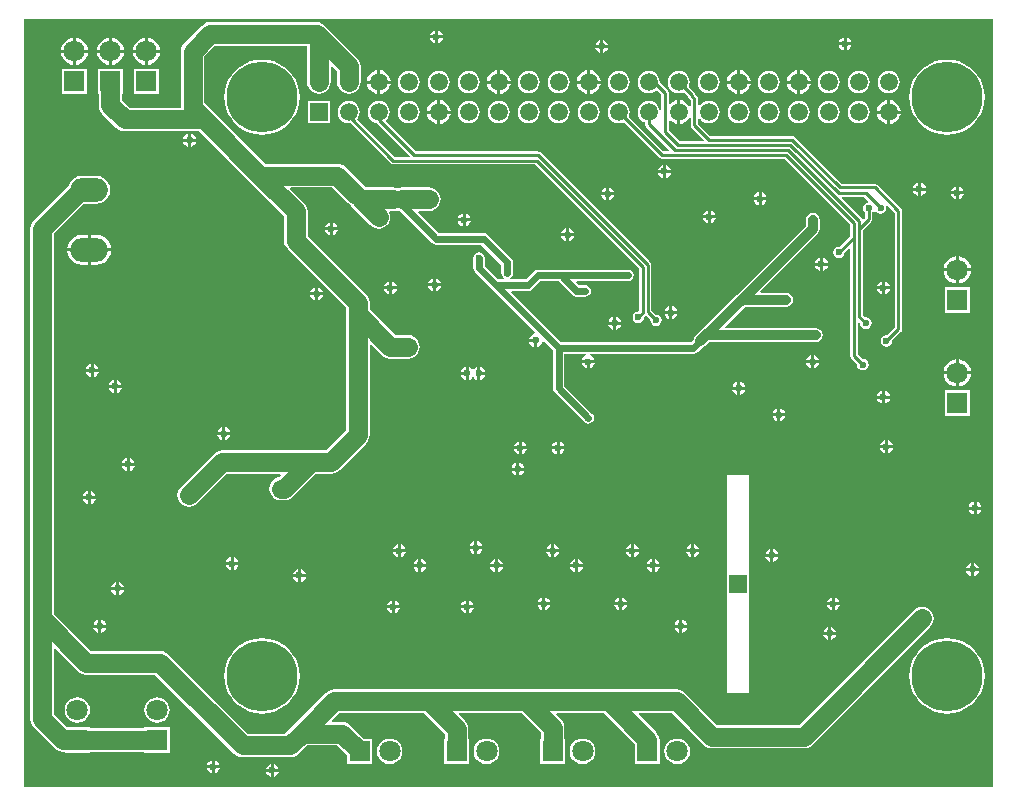
<source format=gbl>
G04 Layer_Physical_Order=2*
G04 Layer_Color=16711680*
%FSLAX25Y25*%
%MOIN*%
G70*
G01*
G75*
%ADD29C,0.01000*%
%ADD30C,0.06400*%
%ADD31C,0.03200*%
%ADD32C,0.02400*%
%ADD34O,0.12598X0.07874*%
%ADD35R,0.07087X0.07087*%
%ADD36C,0.07087*%
%ADD37R,0.07087X0.07087*%
%ADD38C,0.23622*%
%ADD39C,0.05905*%
%ADD40R,0.05905X0.05905*%
%ADD41R,0.06000X0.06000*%
%ADD42C,0.02362*%
G36*
X366142Y157480D02*
X43307D01*
Y413386D01*
X366142D01*
Y157480D01*
D02*
G37*
%LPC*%
G36*
X67085Y253437D02*
X65461D01*
Y251813D01*
X65812Y251883D01*
X66533Y252364D01*
X67015Y253086D01*
X67085Y253437D01*
D02*
G37*
G36*
X64461D02*
X62836D01*
X62906Y253086D01*
X63388Y252364D01*
X64110Y251883D01*
X64461Y251813D01*
Y253437D01*
D02*
G37*
G36*
Y256061D02*
X64110Y255992D01*
X63388Y255509D01*
X62906Y254788D01*
X62836Y254437D01*
X64461D01*
Y256061D01*
D02*
G37*
G36*
X207374Y262886D02*
X205750D01*
X205820Y262535D01*
X206301Y261813D01*
X207023Y261331D01*
X207374Y261262D01*
Y262886D01*
D02*
G37*
G36*
X65461Y256061D02*
Y254437D01*
X67085D01*
X67015Y254788D01*
X66533Y255509D01*
X65812Y255992D01*
X65461Y256061D01*
D02*
G37*
G36*
X359736Y249894D02*
X358112D01*
X358182Y249543D01*
X358664Y248821D01*
X359385Y248339D01*
X359736Y248269D01*
Y249894D01*
D02*
G37*
G36*
X194398Y239329D02*
Y237705D01*
X196022D01*
X195952Y238056D01*
X195470Y238777D01*
X194749Y239259D01*
X194398Y239329D01*
D02*
G37*
G36*
X362361Y249894D02*
X360736D01*
Y248269D01*
X361087Y248339D01*
X361809Y248821D01*
X362291Y249543D01*
X362361Y249894D01*
D02*
G37*
G36*
X360736Y252518D02*
Y250894D01*
X362361D01*
X362291Y251245D01*
X361809Y251966D01*
X361087Y252448D01*
X360736Y252518D01*
D02*
G37*
G36*
X359736D02*
X359385Y252448D01*
X358664Y251966D01*
X358182Y251245D01*
X358112Y250894D01*
X359736D01*
Y252518D01*
D02*
G37*
G36*
X78453Y267085D02*
Y265461D01*
X80077D01*
X80007Y265812D01*
X79525Y266533D01*
X78804Y267015D01*
X78453Y267085D01*
D02*
G37*
G36*
X77453D02*
X77102Y267015D01*
X76380Y266533D01*
X75898Y265812D01*
X75828Y265461D01*
X77453D01*
Y267085D01*
D02*
G37*
G36*
X208161Y269972D02*
X206537D01*
X206607Y269621D01*
X207089Y268900D01*
X207810Y268418D01*
X208161Y268348D01*
Y269972D01*
D02*
G37*
G36*
X220760D02*
X219135D01*
X219205Y269621D01*
X219687Y268900D01*
X220409Y268418D01*
X220760Y268348D01*
Y269972D01*
D02*
G37*
G36*
X210786D02*
X209161D01*
Y268348D01*
X209512Y268418D01*
X210234Y268900D01*
X210716Y269621D01*
X210786Y269972D01*
D02*
G37*
G36*
X77453Y264461D02*
X75828D01*
X75898Y264110D01*
X76380Y263388D01*
X77102Y262906D01*
X77453Y262836D01*
Y264461D01*
D02*
G37*
G36*
X209998Y262886D02*
X208374D01*
Y261262D01*
X208725Y261331D01*
X209447Y261813D01*
X209929Y262535D01*
X209998Y262886D01*
D02*
G37*
G36*
X80077Y264461D02*
X78453D01*
Y262836D01*
X78804Y262906D01*
X79525Y263388D01*
X80007Y264110D01*
X80077Y264461D01*
D02*
G37*
G36*
X208374Y265510D02*
Y263886D01*
X209998D01*
X209929Y264237D01*
X209447Y264958D01*
X208725Y265440D01*
X208374Y265510D01*
D02*
G37*
G36*
X207374D02*
X207023Y265440D01*
X206301Y264958D01*
X205820Y264237D01*
X205750Y263886D01*
X207374D01*
Y265510D01*
D02*
G37*
G36*
X193398Y239329D02*
X193047Y239259D01*
X192325Y238777D01*
X191843Y238056D01*
X191773Y237705D01*
X193398D01*
Y239329D01*
D02*
G37*
G36*
X265642Y235720D02*
X264017D01*
X264087Y235369D01*
X264569Y234648D01*
X265291Y234166D01*
X265642Y234096D01*
Y235720D01*
D02*
G37*
G36*
X248187D02*
X246563D01*
Y234096D01*
X246914Y234166D01*
X247636Y234648D01*
X248117Y235369D01*
X248187Y235720D01*
D02*
G37*
G36*
X268266D02*
X266642D01*
Y234096D01*
X266993Y234166D01*
X267714Y234648D01*
X268196Y235369D01*
X268266Y235720D01*
D02*
G37*
G36*
X196022Y236705D02*
X194398D01*
Y235080D01*
X194749Y235150D01*
X195470Y235632D01*
X195952Y236354D01*
X196022Y236705D01*
D02*
G37*
G36*
X193398D02*
X191773D01*
X191843Y236354D01*
X192325Y235632D01*
X193047Y235150D01*
X193398Y235080D01*
Y236705D01*
D02*
G37*
G36*
X170431Y235720D02*
X168807D01*
Y234096D01*
X169158Y234166D01*
X169880Y234648D01*
X170362Y235369D01*
X170431Y235720D01*
D02*
G37*
G36*
X167807D02*
X166183D01*
X166253Y235369D01*
X166735Y234648D01*
X167456Y234166D01*
X167807Y234096D01*
Y235720D01*
D02*
G37*
G36*
X218988D02*
X217364D01*
X217434Y235369D01*
X217916Y234648D01*
X218637Y234166D01*
X218988Y234096D01*
Y235720D01*
D02*
G37*
G36*
X245563D02*
X243939D01*
X244008Y235369D01*
X244491Y234648D01*
X245212Y234166D01*
X245563Y234096D01*
Y235720D01*
D02*
G37*
G36*
X221613D02*
X219988D01*
Y234096D01*
X220339Y234166D01*
X221061Y234648D01*
X221543Y235369D01*
X221613Y235720D01*
D02*
G37*
G36*
X245563Y238345D02*
X245212Y238275D01*
X244491Y237793D01*
X244008Y237071D01*
X243939Y236720D01*
X245563D01*
Y238345D01*
D02*
G37*
G36*
X219988D02*
Y236720D01*
X221613D01*
X221543Y237071D01*
X221061Y237793D01*
X220339Y238275D01*
X219988Y238345D01*
D02*
G37*
G36*
X246563D02*
Y236720D01*
X248187D01*
X248117Y237071D01*
X247636Y237793D01*
X246914Y238275D01*
X246563Y238345D01*
D02*
G37*
G36*
X266642D02*
Y236720D01*
X268266D01*
X268196Y237071D01*
X267714Y237793D01*
X266993Y238275D01*
X266642Y238345D01*
D02*
G37*
G36*
X265642D02*
X265291Y238275D01*
X264569Y237793D01*
X264087Y237071D01*
X264017Y236720D01*
X265642D01*
Y238345D01*
D02*
G37*
G36*
X293020Y236770D02*
Y235146D01*
X294644D01*
X294574Y235497D01*
X294092Y236218D01*
X293371Y236700D01*
X293020Y236770D01*
D02*
G37*
G36*
X292020D02*
X291669Y236700D01*
X290947Y236218D01*
X290465Y235497D01*
X290395Y235146D01*
X292020D01*
Y236770D01*
D02*
G37*
G36*
X167807Y238345D02*
X167456Y238275D01*
X166735Y237793D01*
X166253Y237071D01*
X166183Y236720D01*
X167807D01*
Y238345D01*
D02*
G37*
G36*
X218988D02*
X218637Y238275D01*
X217916Y237793D01*
X217434Y237071D01*
X217364Y236720D01*
X218988D01*
Y238345D01*
D02*
G37*
G36*
X168807D02*
Y236720D01*
X170431D01*
X170362Y237071D01*
X169880Y237793D01*
X169158Y238275D01*
X168807Y238345D01*
D02*
G37*
G36*
X223384Y269972D02*
X221760D01*
Y268348D01*
X222111Y268418D01*
X222832Y268900D01*
X223314Y269621D01*
X223384Y269972D01*
D02*
G37*
G36*
X353831Y294933D02*
X349814D01*
X349904Y294247D01*
X350362Y293142D01*
X351090Y292193D01*
X352040Y291464D01*
X353145Y291007D01*
X353831Y290916D01*
Y294933D01*
D02*
G37*
G36*
X281996Y292479D02*
Y290854D01*
X283620D01*
X283551Y291205D01*
X283069Y291927D01*
X282347Y292409D01*
X281996Y292479D01*
D02*
G37*
G36*
X358847Y294933D02*
X354831D01*
Y290916D01*
X355517Y291007D01*
X356622Y291464D01*
X357571Y292193D01*
X358299Y293142D01*
X358757Y294247D01*
X358847Y294933D01*
D02*
G37*
G36*
X74122Y293069D02*
Y291445D01*
X75746D01*
X75677Y291796D01*
X75195Y292517D01*
X74473Y292999D01*
X74122Y293069D01*
D02*
G37*
G36*
X73122D02*
X72771Y292999D01*
X72050Y292517D01*
X71567Y291796D01*
X71498Y291445D01*
X73122D01*
Y293069D01*
D02*
G37*
G36*
X283620Y289854D02*
X281996D01*
Y288230D01*
X282347Y288300D01*
X283069Y288782D01*
X283551Y289503D01*
X283620Y289854D01*
D02*
G37*
G36*
X280996D02*
X279372D01*
X279441Y289503D01*
X279924Y288782D01*
X280645Y288300D01*
X280996Y288230D01*
Y289854D01*
D02*
G37*
G36*
X73122Y290445D02*
X71498D01*
X71567Y290094D01*
X72050Y289372D01*
X72771Y288890D01*
X73122Y288821D01*
Y290445D01*
D02*
G37*
G36*
X280996Y292479D02*
X280645Y292409D01*
X279924Y291927D01*
X279441Y291205D01*
X279372Y290854D01*
X280996D01*
Y292479D01*
D02*
G37*
G36*
X75746Y290445D02*
X74122D01*
Y288821D01*
X74473Y288890D01*
X75195Y289372D01*
X75677Y290094D01*
X75746Y290445D01*
D02*
G37*
G36*
X353831Y299950D02*
X353145Y299859D01*
X352040Y299402D01*
X351090Y298673D01*
X350362Y297724D01*
X349904Y296619D01*
X349814Y295933D01*
X353831D01*
Y299950D01*
D02*
G37*
G36*
X195382Y297400D02*
Y295776D01*
X197006D01*
X196936Y296127D01*
X196454Y296848D01*
X195733Y297330D01*
X195382Y297400D01*
D02*
G37*
G36*
X354831Y299950D02*
Y295933D01*
X358847D01*
X358757Y296619D01*
X358299Y297724D01*
X357571Y298673D01*
X356622Y299402D01*
X355517Y299859D01*
X354831Y299950D01*
D02*
G37*
G36*
X65445Y298384D02*
X65094Y298314D01*
X64372Y297832D01*
X63890Y297111D01*
X63820Y296760D01*
X65445D01*
Y298384D01*
D02*
G37*
G36*
X194382Y297400D02*
X194031Y297330D01*
X193309Y296848D01*
X193163Y296630D01*
X192663D01*
X192517Y296848D01*
X191796Y297330D01*
X191445Y297400D01*
Y295276D01*
Y293151D01*
X191796Y293221D01*
X192517Y293703D01*
X192663Y293922D01*
X193163D01*
X193309Y293703D01*
X194031Y293221D01*
X194382Y293151D01*
Y295276D01*
Y297400D01*
D02*
G37*
G36*
X197006Y294776D02*
X195382D01*
Y293151D01*
X195733Y293221D01*
X196454Y293703D01*
X196936Y294425D01*
X197006Y294776D01*
D02*
G37*
G36*
X190445D02*
X188821D01*
X188890Y294425D01*
X189372Y293703D01*
X190094Y293221D01*
X190445Y293151D01*
Y294776D01*
D02*
G37*
G36*
X65445Y295760D02*
X63820D01*
X63890Y295409D01*
X64372Y294687D01*
X65094Y294205D01*
X65445Y294135D01*
Y295760D01*
D02*
G37*
G36*
X190445Y297400D02*
X190094Y297330D01*
X189372Y296848D01*
X188890Y296127D01*
X188821Y295776D01*
X190445D01*
Y297400D01*
D02*
G37*
G36*
X68069Y295760D02*
X66445D01*
Y294135D01*
X66796Y294205D01*
X67517Y294687D01*
X67999Y295409D01*
X68069Y295760D01*
D02*
G37*
G36*
X330224Y289526D02*
Y287902D01*
X331849D01*
X331779Y288253D01*
X331297Y288974D01*
X330575Y289456D01*
X330224Y289526D01*
D02*
G37*
G36*
X330209Y272990D02*
X329858Y272921D01*
X329136Y272439D01*
X328654Y271717D01*
X328584Y271366D01*
X330209D01*
Y272990D01*
D02*
G37*
G36*
X221760Y272597D02*
Y270972D01*
X223384D01*
X223314Y271323D01*
X222832Y272045D01*
X222111Y272527D01*
X221760Y272597D01*
D02*
G37*
G36*
X331209Y272990D02*
Y271366D01*
X332833D01*
X332763Y271717D01*
X332281Y272439D01*
X331560Y272921D01*
X331209Y272990D01*
D02*
G37*
G36*
X111967Y274697D02*
X110343D01*
Y273073D01*
X110694Y273142D01*
X111415Y273624D01*
X111897Y274346D01*
X111967Y274697D01*
D02*
G37*
G36*
X109343D02*
X107718D01*
X107788Y274346D01*
X108270Y273624D01*
X108992Y273142D01*
X109343Y273073D01*
Y274697D01*
D02*
G37*
G36*
X332833Y270366D02*
X331209D01*
Y268742D01*
X331560Y268812D01*
X332281Y269294D01*
X332763Y270015D01*
X332833Y270366D01*
D02*
G37*
G36*
X330209D02*
X328584D01*
X328654Y270015D01*
X329136Y269294D01*
X329858Y268812D01*
X330209Y268742D01*
Y270366D01*
D02*
G37*
G36*
X208161Y272597D02*
X207810Y272527D01*
X207089Y272045D01*
X206607Y271323D01*
X206537Y270972D01*
X208161D01*
Y272597D01*
D02*
G37*
G36*
X220760D02*
X220409Y272527D01*
X219687Y272045D01*
X219205Y271323D01*
X219135Y270972D01*
X220760D01*
Y272597D01*
D02*
G37*
G36*
X209161D02*
Y270972D01*
X210786D01*
X210716Y271323D01*
X210234Y272045D01*
X209512Y272527D01*
X209161Y272597D01*
D02*
G37*
G36*
X295382Y283620D02*
Y281996D01*
X297006D01*
X296936Y282347D01*
X296454Y283069D01*
X295733Y283551D01*
X295382Y283620D01*
D02*
G37*
G36*
X294382D02*
X294031Y283551D01*
X293309Y283069D01*
X292827Y282347D01*
X292758Y281996D01*
X294382D01*
Y283620D01*
D02*
G37*
G36*
X329224Y286902D02*
X327600D01*
X327670Y286551D01*
X328152Y285829D01*
X328873Y285347D01*
X329224Y285277D01*
Y286902D01*
D02*
G37*
G36*
Y289526D02*
X328873Y289456D01*
X328152Y288974D01*
X327670Y288253D01*
X327600Y287902D01*
X329224D01*
Y289526D01*
D02*
G37*
G36*
X331849Y286902D02*
X330224D01*
Y285277D01*
X330575Y285347D01*
X331297Y285829D01*
X331779Y286551D01*
X331849Y286902D01*
D02*
G37*
G36*
X110343Y277321D02*
Y275697D01*
X111967D01*
X111897Y276048D01*
X111415Y276769D01*
X110694Y277251D01*
X110343Y277321D01*
D02*
G37*
G36*
X109343D02*
X108992Y277251D01*
X108270Y276769D01*
X107788Y276048D01*
X107718Y275697D01*
X109343D01*
Y277321D01*
D02*
G37*
G36*
X294382Y280996D02*
X292758D01*
X292827Y280645D01*
X293309Y279924D01*
X294031Y279441D01*
X294382Y279372D01*
Y280996D01*
D02*
G37*
G36*
X358574Y289676D02*
X350087D01*
Y281190D01*
X358574D01*
Y289676D01*
D02*
G37*
G36*
X297006Y280996D02*
X295382D01*
Y279372D01*
X295733Y279441D01*
X296454Y279924D01*
X296936Y280645D01*
X297006Y280996D01*
D02*
G37*
G36*
X294644Y234146D02*
X293020D01*
Y232521D01*
X293371Y232591D01*
X294092Y233073D01*
X294574Y233795D01*
X294644Y234146D01*
D02*
G37*
G36*
X69004Y213148D02*
Y211524D01*
X70628D01*
X70559Y211875D01*
X70076Y212596D01*
X69355Y213078D01*
X69004Y213148D01*
D02*
G37*
G36*
X68004D02*
X67653Y213078D01*
X66931Y212596D01*
X66449Y211875D01*
X66380Y211524D01*
X68004D01*
Y213148D01*
D02*
G37*
G36*
X261705D02*
X261354Y213078D01*
X260632Y212596D01*
X260150Y211875D01*
X260080Y211524D01*
X261705D01*
Y213148D01*
D02*
G37*
G36*
X165839Y217020D02*
X164214D01*
X164284Y216669D01*
X164766Y215947D01*
X165488Y215465D01*
X165839Y215395D01*
Y217020D01*
D02*
G37*
G36*
X262705Y213148D02*
Y211524D01*
X264329D01*
X264259Y211875D01*
X263777Y212596D01*
X263056Y213078D01*
X262705Y213148D01*
D02*
G37*
G36*
X261705Y210524D02*
X260080D01*
X260150Y210173D01*
X260632Y209451D01*
X261354Y208969D01*
X261705Y208899D01*
Y210524D01*
D02*
G37*
G36*
X70628D02*
X69004D01*
Y208899D01*
X69355Y208969D01*
X70076Y209451D01*
X70559Y210173D01*
X70628Y210524D01*
D02*
G37*
G36*
X264329D02*
X262705D01*
Y208899D01*
X263056Y208969D01*
X263777Y209451D01*
X264259Y210173D01*
X264329Y210524D01*
D02*
G37*
G36*
X312311Y210786D02*
Y209161D01*
X313935D01*
X313866Y209512D01*
X313384Y210234D01*
X312662Y210716D01*
X312311Y210786D01*
D02*
G37*
G36*
X311311D02*
X310960Y210716D01*
X310239Y210234D01*
X309756Y209512D01*
X309687Y209161D01*
X311311D01*
Y210786D01*
D02*
G37*
G36*
X244250Y218004D02*
X242626D01*
Y216380D01*
X242977Y216449D01*
X243699Y216931D01*
X244180Y217653D01*
X244250Y218004D01*
D02*
G37*
G36*
X241626D02*
X240002D01*
X240071Y217653D01*
X240553Y216931D01*
X241275Y216449D01*
X241626Y216380D01*
Y218004D01*
D02*
G37*
G36*
X312492Y218004D02*
X310868D01*
X310938Y217653D01*
X311420Y216931D01*
X312141Y216449D01*
X312492Y216380D01*
Y218004D01*
D02*
G37*
G36*
X165839Y219644D02*
X165488Y219574D01*
X164766Y219092D01*
X164284Y218371D01*
X164214Y218020D01*
X165839D01*
Y219644D01*
D02*
G37*
G36*
X315117Y218004D02*
X313492D01*
Y216380D01*
X313843Y216449D01*
X314565Y216931D01*
X315047Y217653D01*
X315117Y218004D01*
D02*
G37*
G36*
X190445Y217020D02*
X188821D01*
X188890Y216669D01*
X189372Y215947D01*
X190094Y215465D01*
X190445Y215395D01*
Y217020D01*
D02*
G37*
G36*
X168463D02*
X166839D01*
Y215395D01*
X167190Y215465D01*
X167911Y215947D01*
X168393Y216669D01*
X168463Y217020D01*
D02*
G37*
G36*
X193069D02*
X191445D01*
Y215395D01*
X191796Y215465D01*
X192517Y215947D01*
X192999Y216669D01*
X193069Y217020D01*
D02*
G37*
G36*
X218660Y218004D02*
X217035D01*
Y216380D01*
X217387Y216449D01*
X218108Y216931D01*
X218590Y217653D01*
X218660Y218004D01*
D02*
G37*
G36*
X216035D02*
X214411D01*
X214481Y217653D01*
X214963Y216931D01*
X215684Y216449D01*
X216035Y216380D01*
Y218004D01*
D02*
G37*
G36*
X68004Y210524D02*
X66380D01*
X66449Y210173D01*
X66931Y209451D01*
X67653Y208969D01*
X68004Y208899D01*
Y210524D01*
D02*
G37*
G36*
X105799Y166298D02*
X105448Y166228D01*
X104727Y165746D01*
X104245Y165024D01*
X104175Y164673D01*
X105799D01*
Y166298D01*
D02*
G37*
G36*
X126484Y165117D02*
Y163492D01*
X128109D01*
X128039Y163843D01*
X127557Y164565D01*
X126835Y165047D01*
X126484Y165117D01*
D02*
G37*
G36*
X106799Y166298D02*
Y164673D01*
X108424D01*
X108354Y165024D01*
X107872Y165746D01*
X107150Y166228D01*
X106799Y166298D01*
D02*
G37*
G36*
X165118Y173571D02*
X164010Y173425D01*
X162978Y172998D01*
X162092Y172318D01*
X161412Y171431D01*
X160984Y170399D01*
X160838Y169291D01*
X160984Y168184D01*
X161412Y167151D01*
X162092Y166265D01*
X162978Y165585D01*
X164010Y165157D01*
X165118Y165011D01*
X166226Y165157D01*
X167258Y165585D01*
X168145Y166265D01*
X168825Y167151D01*
X169252Y168184D01*
X169398Y169291D01*
X169252Y170399D01*
X168825Y171431D01*
X168145Y172318D01*
X167258Y172998D01*
X166226Y173425D01*
X165118Y173571D01*
D02*
G37*
G36*
X197402Y173571D02*
X196294Y173425D01*
X195262Y172998D01*
X194375Y172318D01*
X193695Y171431D01*
X193268Y170399D01*
X193122Y169291D01*
X193268Y168184D01*
X193695Y167151D01*
X194375Y166265D01*
X195262Y165585D01*
X196294Y165157D01*
X197402Y165011D01*
X198509Y165157D01*
X199541Y165585D01*
X200428Y166265D01*
X201108Y167151D01*
X201536Y168184D01*
X201681Y169291D01*
X201536Y170399D01*
X201108Y171431D01*
X200428Y172318D01*
X199541Y172998D01*
X198509Y173425D01*
X197402Y173571D01*
D02*
G37*
G36*
X128109Y162492D02*
X126484D01*
Y160868D01*
X126835Y160938D01*
X127557Y161420D01*
X128039Y162141D01*
X128109Y162492D01*
D02*
G37*
G36*
X125484D02*
X123860D01*
X123930Y162141D01*
X124412Y161420D01*
X125133Y160938D01*
X125484Y160868D01*
Y162492D01*
D02*
G37*
G36*
X105799Y163673D02*
X104175D01*
X104245Y163322D01*
X104727Y162601D01*
X105448Y162119D01*
X105799Y162049D01*
Y163673D01*
D02*
G37*
G36*
X125484Y165117D02*
X125133Y165047D01*
X124412Y164565D01*
X123930Y163843D01*
X123860Y163492D01*
X125484D01*
Y165117D01*
D02*
G37*
G36*
X108424Y163673D02*
X106799D01*
Y162049D01*
X107150Y162119D01*
X107872Y162601D01*
X108354Y163322D01*
X108424Y163673D01*
D02*
G37*
G36*
X350906Y206991D02*
X348942Y206836D01*
X347027Y206377D01*
X345208Y205623D01*
X343529Y204594D01*
X342032Y203315D01*
X340753Y201817D01*
X339724Y200138D01*
X338970Y198319D01*
X338510Y196404D01*
X338356Y194441D01*
X338510Y192478D01*
X338970Y190563D01*
X339724Y188744D01*
X340753Y187065D01*
X342032Y185567D01*
X343529Y184288D01*
X345208Y183259D01*
X347027Y182506D01*
X348942Y182046D01*
X350906Y181891D01*
X352869Y182046D01*
X354784Y182506D01*
X356603Y183259D01*
X358282Y184288D01*
X359780Y185567D01*
X361058Y187065D01*
X362087Y188744D01*
X362841Y190563D01*
X363301Y192478D01*
X363455Y194441D01*
X363301Y196404D01*
X362841Y198319D01*
X362087Y200138D01*
X361058Y201817D01*
X359780Y203315D01*
X358282Y204594D01*
X356603Y205623D01*
X354784Y206377D01*
X352869Y206836D01*
X350906Y206991D01*
D02*
G37*
G36*
X122559D02*
X120596Y206836D01*
X118681Y206377D01*
X116862Y205623D01*
X115182Y204594D01*
X113685Y203315D01*
X112406Y201817D01*
X111377Y200138D01*
X110624Y198319D01*
X110164Y196404D01*
X110009Y194441D01*
X110164Y192478D01*
X110624Y190563D01*
X111377Y188744D01*
X112406Y187065D01*
X113685Y185567D01*
X115182Y184288D01*
X116862Y183259D01*
X118681Y182506D01*
X120596Y182046D01*
X122559Y181891D01*
X124522Y182046D01*
X126437Y182506D01*
X128256Y183259D01*
X129936Y184288D01*
X131433Y185567D01*
X132712Y187065D01*
X133741Y188744D01*
X134494Y190563D01*
X134954Y192478D01*
X135109Y194441D01*
X134954Y196404D01*
X134494Y198319D01*
X133741Y200138D01*
X132712Y201817D01*
X131433Y203315D01*
X129936Y204594D01*
X128256Y205623D01*
X126437Y206377D01*
X124522Y206836D01*
X122559Y206991D01*
D02*
G37*
G36*
X284200Y261314D02*
X278200D01*
X278131Y261300D01*
X277500D01*
Y260669D01*
X277486Y260600D01*
Y189600D01*
X277500Y189531D01*
Y188900D01*
X278131D01*
X278200Y188886D01*
X284200D01*
X284269Y188900D01*
X284900D01*
Y189531D01*
X284914Y189600D01*
Y260600D01*
X284900Y260669D01*
Y261300D01*
X284269D01*
X284200Y261314D01*
D02*
G37*
G36*
X313935Y208161D02*
X312311D01*
Y206537D01*
X312662Y206607D01*
X313384Y207089D01*
X313866Y207810D01*
X313935Y208161D01*
D02*
G37*
G36*
X311311D02*
X309687D01*
X309756Y207810D01*
X310239Y207089D01*
X310960Y206607D01*
X311311Y206537D01*
Y208161D01*
D02*
G37*
G36*
X260984Y173571D02*
X259877Y173425D01*
X258844Y172998D01*
X257958Y172318D01*
X257278Y171431D01*
X256850Y170399D01*
X256704Y169291D01*
X256850Y168184D01*
X257278Y167151D01*
X257958Y166265D01*
X258844Y165585D01*
X259877Y165157D01*
X260984Y165011D01*
X262092Y165157D01*
X263124Y165585D01*
X264011Y166265D01*
X264691Y167151D01*
X265118Y168184D01*
X265264Y169291D01*
X265118Y170399D01*
X264691Y171431D01*
X264011Y172318D01*
X263124Y172998D01*
X262092Y173425D01*
X260984Y173571D01*
D02*
G37*
G36*
X229410D02*
X228302Y173425D01*
X227270Y172998D01*
X226383Y172318D01*
X225703Y171431D01*
X225275Y170399D01*
X225130Y169291D01*
X225275Y168184D01*
X225703Y167151D01*
X226383Y166265D01*
X227270Y165585D01*
X228302Y165157D01*
X229410Y165011D01*
X230517Y165157D01*
X231549Y165585D01*
X232436Y166265D01*
X233116Y167151D01*
X233543Y168184D01*
X233689Y169291D01*
X233543Y170399D01*
X233116Y171431D01*
X232436Y172318D01*
X231549Y172998D01*
X230517Y173425D01*
X229410Y173571D01*
D02*
G37*
G36*
X67323Y361134D02*
X62598D01*
X61388Y360974D01*
X60260Y360507D01*
X59291Y359764D01*
X58548Y358795D01*
X58270Y358125D01*
X46431Y346285D01*
X45806Y345471D01*
X45413Y344522D01*
X45279Y343504D01*
Y213583D01*
Y180118D01*
X45413Y179100D01*
X45806Y178151D01*
X46431Y177337D01*
X53478Y170289D01*
X54293Y169664D01*
X55242Y169271D01*
X56260Y169137D01*
X56780D01*
Y168828D01*
X65267D01*
Y169137D01*
X83355D01*
Y168828D01*
X91842D01*
Y177314D01*
X83355D01*
Y177005D01*
X65267D01*
Y177314D01*
X57580D01*
X53146Y181747D01*
Y203433D01*
X53608Y203624D01*
X61195Y196037D01*
X62010Y195412D01*
X62958Y195019D01*
X63976Y194885D01*
X86953D01*
X113360Y168478D01*
X114175Y167853D01*
X115124Y167460D01*
X116142Y167326D01*
X131890D01*
X132908Y167460D01*
X133857Y167853D01*
X134671Y168478D01*
X137456Y171263D01*
X147583D01*
X150875Y167972D01*
Y165048D01*
X159361D01*
Y173535D01*
X156438D01*
X151994Y177978D01*
X151179Y178603D01*
X150231Y178997D01*
X149213Y179130D01*
X145977D01*
X145785Y179592D01*
X148283Y182090D01*
X176520D01*
X183468Y175142D01*
Y173535D01*
X183158D01*
Y165048D01*
X191645D01*
Y173535D01*
X191335D01*
Y176772D01*
X191201Y177790D01*
X190808Y178738D01*
X190183Y179553D01*
X188108Y181628D01*
X188300Y182090D01*
X209001D01*
X215476Y175615D01*
Y173535D01*
X215166D01*
Y165048D01*
X223653D01*
Y173535D01*
X223343D01*
Y177244D01*
X223209Y178262D01*
X222816Y179211D01*
X222191Y180026D01*
X220588Y181628D01*
X220780Y182090D01*
X236560D01*
X246741Y171908D01*
Y165048D01*
X255228D01*
Y173535D01*
X254878D01*
X254784Y174246D01*
X254391Y175195D01*
X253766Y176010D01*
X248148Y181628D01*
X248339Y182090D01*
X259197D01*
X269856Y171431D01*
X270671Y170806D01*
X271620Y170413D01*
X272638Y170279D01*
X303150D01*
X304168Y170413D01*
X305116Y170806D01*
X305931Y171431D01*
X345301Y210801D01*
X345926Y211616D01*
X346319Y212565D01*
X346453Y213583D01*
X346319Y214601D01*
X345926Y215549D01*
X345301Y216364D01*
X344486Y216989D01*
X343538Y217382D01*
X342520Y217516D01*
X341502Y217382D01*
X340553Y216989D01*
X339738Y216364D01*
X301520Y178146D01*
X274267D01*
X263608Y188805D01*
X262794Y189430D01*
X261845Y189823D01*
X260827Y189957D01*
X146653D01*
X145635Y189823D01*
X144687Y189430D01*
X143872Y188805D01*
X133045Y177978D01*
X130260Y175194D01*
X117771D01*
X91364Y201600D01*
X90549Y202225D01*
X89601Y202619D01*
X88583Y202752D01*
X65606D01*
X53146Y215212D01*
Y341875D01*
X63051Y351780D01*
X67323D01*
X68533Y351939D01*
X69661Y352406D01*
X70630Y353150D01*
X71373Y354118D01*
X71841Y355246D01*
X72000Y356457D01*
X71841Y357667D01*
X71373Y358795D01*
X70630Y359764D01*
X69661Y360507D01*
X68533Y360974D01*
X67323Y361134D01*
D02*
G37*
G36*
X87598Y187351D02*
X86491Y187205D01*
X85458Y186777D01*
X84572Y186097D01*
X83892Y185211D01*
X83464Y184179D01*
X83319Y183071D01*
X83464Y181963D01*
X83892Y180931D01*
X84572Y180044D01*
X85458Y179364D01*
X86491Y178937D01*
X87598Y178791D01*
X88706Y178937D01*
X89738Y179364D01*
X90625Y180044D01*
X91305Y180931D01*
X91733Y181963D01*
X91878Y183071D01*
X91733Y184179D01*
X91305Y185211D01*
X90625Y186097D01*
X89738Y186777D01*
X88706Y187205D01*
X87598Y187351D01*
D02*
G37*
G36*
X61024D02*
X59916Y187205D01*
X58884Y186777D01*
X57997Y186097D01*
X57317Y185211D01*
X56889Y184179D01*
X56744Y183071D01*
X56889Y181963D01*
X57317Y180931D01*
X57997Y180044D01*
X58884Y179364D01*
X59916Y178937D01*
X61024Y178791D01*
X62131Y178937D01*
X63164Y179364D01*
X64050Y180044D01*
X64730Y180931D01*
X65158Y181963D01*
X65303Y183071D01*
X65158Y184179D01*
X64730Y185211D01*
X64050Y186097D01*
X63164Y186777D01*
X62131Y187205D01*
X61024Y187351D01*
D02*
G37*
G36*
X166839Y219644D02*
Y218020D01*
X168463D01*
X168393Y218371D01*
X167911Y219092D01*
X167190Y219574D01*
X166839Y219644D01*
D02*
G37*
G36*
X114723Y231390D02*
X113098D01*
Y229765D01*
X113450Y229835D01*
X114171Y230317D01*
X114653Y231039D01*
X114723Y231390D01*
D02*
G37*
G36*
X112098D02*
X110474D01*
X110544Y231039D01*
X111026Y230317D01*
X111747Y229835D01*
X112098Y229765D01*
Y231390D01*
D02*
G37*
G36*
X358949Y232046D02*
X358598Y231976D01*
X357876Y231494D01*
X357394Y230772D01*
X357324Y230421D01*
X358949D01*
Y232046D01*
D02*
G37*
G36*
X174697Y233424D02*
X174346Y233354D01*
X173624Y232872D01*
X173142Y232150D01*
X173073Y231799D01*
X174697D01*
Y233424D01*
D02*
G37*
G36*
X359949Y232046D02*
Y230421D01*
X361573D01*
X361503Y230772D01*
X361021Y231494D01*
X360300Y231976D01*
X359949Y232046D01*
D02*
G37*
G36*
X226862Y230799D02*
X225238D01*
X225308Y230448D01*
X225790Y229727D01*
X226511Y229245D01*
X226862Y229175D01*
Y230799D01*
D02*
G37*
G36*
X202912D02*
X201287D01*
Y229175D01*
X201638Y229245D01*
X202360Y229727D01*
X202842Y230448D01*
X202912Y230799D01*
D02*
G37*
G36*
X229487D02*
X227862D01*
Y229175D01*
X228213Y229245D01*
X228935Y229727D01*
X229417Y230448D01*
X229487Y230799D01*
D02*
G37*
G36*
X255077D02*
X253453D01*
Y229175D01*
X253804Y229245D01*
X254525Y229727D01*
X255007Y230448D01*
X255077Y230799D01*
D02*
G37*
G36*
X252453D02*
X250828D01*
X250898Y230448D01*
X251380Y229727D01*
X252102Y229245D01*
X252453Y229175D01*
Y230799D01*
D02*
G37*
G36*
X253453Y233424D02*
Y231799D01*
X255077D01*
X255007Y232150D01*
X254525Y232872D01*
X253804Y233354D01*
X253453Y233424D01*
D02*
G37*
G36*
X252453D02*
X252102Y233354D01*
X251380Y232872D01*
X250898Y232150D01*
X250828Y231799D01*
X252453D01*
Y233424D01*
D02*
G37*
G36*
X112098Y234014D02*
X111747Y233944D01*
X111026Y233462D01*
X110544Y232741D01*
X110474Y232390D01*
X112098D01*
Y234014D01*
D02*
G37*
G36*
X292020Y234146D02*
X290395D01*
X290465Y233795D01*
X290947Y233073D01*
X291669Y232591D01*
X292020Y232521D01*
Y234146D01*
D02*
G37*
G36*
X113098Y234014D02*
Y232390D01*
X114723D01*
X114653Y232741D01*
X114171Y233462D01*
X113450Y233944D01*
X113098Y234014D01*
D02*
G37*
G36*
X200287Y233424D02*
X199936Y233354D01*
X199215Y232872D01*
X198733Y232150D01*
X198663Y231799D01*
X200287D01*
Y233424D01*
D02*
G37*
G36*
X175697D02*
Y231799D01*
X177321D01*
X177251Y232150D01*
X176769Y232872D01*
X176048Y233354D01*
X175697Y233424D01*
D02*
G37*
G36*
X201287D02*
Y231799D01*
X202912D01*
X202842Y232150D01*
X202360Y232872D01*
X201638Y233354D01*
X201287Y233424D01*
D02*
G37*
G36*
X227862D02*
Y231799D01*
X229487D01*
X229417Y232150D01*
X228935Y232872D01*
X228213Y233354D01*
X227862Y233424D01*
D02*
G37*
G36*
X226862D02*
X226511Y233354D01*
X225790Y232872D01*
X225308Y232150D01*
X225238Y231799D01*
X226862D01*
Y233424D01*
D02*
G37*
G36*
X200287Y230799D02*
X198663D01*
X198733Y230448D01*
X199215Y229727D01*
X199936Y229245D01*
X200287Y229175D01*
Y230799D01*
D02*
G37*
G36*
X312492Y220628D02*
X312141Y220559D01*
X311420Y220076D01*
X310938Y219355D01*
X310868Y219004D01*
X312492D01*
Y220628D01*
D02*
G37*
G36*
X242626Y220628D02*
Y219004D01*
X244250D01*
X244180Y219355D01*
X243699Y220076D01*
X242977Y220559D01*
X242626Y220628D01*
D02*
G37*
G36*
X313492Y220628D02*
Y219004D01*
X315117D01*
X315047Y219355D01*
X314565Y220076D01*
X313843Y220559D01*
X313492Y220628D01*
D02*
G37*
G36*
X76534Y223122D02*
X74910D01*
Y221498D01*
X75261Y221568D01*
X75982Y222050D01*
X76464Y222771D01*
X76534Y223122D01*
D02*
G37*
G36*
X73909D02*
X72285D01*
X72355Y222771D01*
X72837Y222050D01*
X73558Y221568D01*
X73909Y221498D01*
Y223122D01*
D02*
G37*
G36*
X191445Y219644D02*
Y218020D01*
X193069D01*
X192999Y218371D01*
X192517Y219092D01*
X191796Y219574D01*
X191445Y219644D01*
D02*
G37*
G36*
X190445D02*
X190094Y219574D01*
X189372Y219092D01*
X188890Y218371D01*
X188821Y218020D01*
X190445D01*
Y219644D01*
D02*
G37*
G36*
X216035Y220628D02*
X215684Y220559D01*
X214963Y220076D01*
X214481Y219355D01*
X214411Y219004D01*
X216035D01*
Y220628D01*
D02*
G37*
G36*
X241626D02*
X241275Y220559D01*
X240553Y220076D01*
X240071Y219355D01*
X240002Y219004D01*
X241626D01*
Y220628D01*
D02*
G37*
G36*
X217035D02*
Y219004D01*
X218660D01*
X218590Y219355D01*
X218108Y220076D01*
X217387Y220559D01*
X217035Y220628D01*
D02*
G37*
G36*
X134539Y230077D02*
X134188Y230007D01*
X133467Y229525D01*
X132985Y228804D01*
X132915Y228453D01*
X134539D01*
Y230077D01*
D02*
G37*
G36*
X361573Y229421D02*
X359949D01*
Y227797D01*
X360300Y227867D01*
X361021Y228349D01*
X361503Y229070D01*
X361573Y229421D01*
D02*
G37*
G36*
X135539Y230077D02*
Y228453D01*
X137164D01*
X137094Y228804D01*
X136612Y229525D01*
X135890Y230007D01*
X135539Y230077D01*
D02*
G37*
G36*
X177321Y230799D02*
X175697D01*
Y229175D01*
X176048Y229245D01*
X176769Y229727D01*
X177251Y230448D01*
X177321Y230799D01*
D02*
G37*
G36*
X174697D02*
X173073D01*
X173142Y230448D01*
X173624Y229727D01*
X174346Y229245D01*
X174697Y229175D01*
Y230799D01*
D02*
G37*
G36*
X74910Y225746D02*
Y224122D01*
X76534D01*
X76464Y224473D01*
X75982Y225195D01*
X75261Y225677D01*
X74910Y225746D01*
D02*
G37*
G36*
X73909D02*
X73558Y225677D01*
X72837Y225195D01*
X72355Y224473D01*
X72285Y224122D01*
X73909D01*
Y225746D01*
D02*
G37*
G36*
X134539Y227453D02*
X132915D01*
X132985Y227102D01*
X133467Y226380D01*
X134188Y225898D01*
X134539Y225828D01*
Y227453D01*
D02*
G37*
G36*
X358949Y229421D02*
X357324D01*
X357394Y229070D01*
X357876Y228349D01*
X358598Y227867D01*
X358949Y227797D01*
Y229421D01*
D02*
G37*
G36*
X137164Y227453D02*
X135539D01*
Y225828D01*
X135890Y225898D01*
X136612Y226380D01*
X137094Y227102D01*
X137164Y227453D01*
D02*
G37*
G36*
X88285Y396881D02*
X79798D01*
Y388395D01*
X88285D01*
Y396881D01*
D02*
G37*
G36*
X64283Y396881D02*
X55796D01*
Y388394D01*
X64283D01*
Y396881D01*
D02*
G37*
G36*
X140748Y412398D02*
X105315D01*
X104297Y412264D01*
X103348Y411871D01*
X102533Y411246D01*
X96628Y405341D01*
X96003Y404526D01*
X95610Y403577D01*
X95476Y402559D01*
Y383858D01*
X95473Y383855D01*
X78401D01*
X75974Y386282D01*
Y388394D01*
X76284D01*
Y396881D01*
X67797D01*
Y388394D01*
X68107D01*
Y384652D01*
X68241Y383634D01*
X68634Y382686D01*
X69259Y381871D01*
X73990Y377140D01*
X74805Y376515D01*
X75753Y376122D01*
X76772Y375988D01*
X101717D01*
X119266Y358439D01*
X129925Y347780D01*
Y339567D01*
X130059Y338549D01*
X130452Y337600D01*
X131077Y336785D01*
X150594Y317268D01*
Y314961D01*
Y276236D01*
X144040Y269682D01*
X109252D01*
X108234Y269548D01*
X107285Y269155D01*
X106471Y268530D01*
X95461Y257520D01*
X94836Y256705D01*
X94442Y255756D01*
X94308Y254738D01*
X94442Y253720D01*
X94836Y252771D01*
X95461Y251957D01*
X96275Y251331D01*
X97224Y250939D01*
X98242Y250804D01*
X99260Y250939D01*
X100209Y251331D01*
X101024Y251957D01*
X110881Y261814D01*
X128630D01*
X128821Y261352D01*
X128194Y260726D01*
X127919Y260689D01*
X126970Y260296D01*
X126155Y259671D01*
X125530Y258857D01*
X125137Y257908D01*
X125003Y256890D01*
X125137Y255872D01*
X125530Y254923D01*
X126155Y254108D01*
X126970Y253483D01*
X127919Y253090D01*
X128937Y252956D01*
X129921D01*
X130939Y253090D01*
X131888Y253483D01*
X132703Y254108D01*
X140409Y261814D01*
X145669D01*
X146687Y261948D01*
X147636Y262341D01*
X148451Y262966D01*
X157309Y271825D01*
X157934Y272639D01*
X158327Y273588D01*
X158461Y274606D01*
Y304811D01*
X158923Y305002D01*
X162573Y301352D01*
X163388Y300727D01*
X164336Y300334D01*
X165354Y300200D01*
X171260D01*
X172278Y300334D01*
X173227Y300727D01*
X174041Y301352D01*
X174667Y302167D01*
X175059Y303116D01*
X175194Y304134D01*
X175059Y305152D01*
X174667Y306101D01*
X174041Y306915D01*
X173227Y307540D01*
X172278Y307933D01*
X171260Y308067D01*
X166984D01*
X158461Y316590D01*
Y318898D01*
X158327Y319916D01*
X157934Y320865D01*
X157309Y321679D01*
X137792Y341196D01*
Y349409D01*
X137658Y350428D01*
X137265Y351376D01*
X136640Y352191D01*
X132006Y356825D01*
X132197Y357287D01*
X146008D01*
X151254Y352041D01*
X152069Y351416D01*
X152094Y351406D01*
X152105Y351380D01*
X152730Y350565D01*
X158636Y344659D01*
X159450Y344034D01*
X160399Y343641D01*
X161417Y343507D01*
X162435Y343641D01*
X163384Y344034D01*
X164199Y344659D01*
X164824Y345474D01*
X165217Y346423D01*
X165351Y347441D01*
X165217Y348459D01*
X165029Y348913D01*
X165363Y349413D01*
X166142D01*
X167160Y349547D01*
X167717Y349777D01*
X168273Y349547D01*
X168626Y349500D01*
X179339Y338788D01*
X179967Y338368D01*
X180709Y338220D01*
X195654D01*
X202394Y331481D01*
Y328740D01*
X202541Y327999D01*
X202961Y327370D01*
X203355Y327107D01*
X203203Y326607D01*
X201359D01*
X196819Y331147D01*
Y333661D01*
X196672Y334403D01*
X196252Y335031D01*
X195623Y335451D01*
X194882Y335599D01*
X194141Y335451D01*
X193512Y335031D01*
X193092Y334403D01*
X192945Y333661D01*
Y330345D01*
X193092Y329604D01*
X193512Y328975D01*
X199187Y323300D01*
X213508Y308979D01*
X213344Y308436D01*
X212929Y308354D01*
X212207Y307872D01*
X211725Y307150D01*
X211655Y306799D01*
X213779D01*
Y306299D01*
X214280D01*
Y304175D01*
X214631Y304245D01*
X215352Y304727D01*
X215834Y305448D01*
X215917Y305863D01*
X216459Y306028D01*
X219519Y302968D01*
Y290354D01*
X219667Y289613D01*
X220087Y288984D01*
X229929Y279142D01*
X230558Y278722D01*
X231299Y278575D01*
X232041Y278722D01*
X232669Y279142D01*
X233089Y279770D01*
X233236Y280512D01*
X233089Y281253D01*
X232669Y281882D01*
X223394Y291157D01*
Y301833D01*
X230730D01*
X230779Y301333D01*
X230448Y301267D01*
X229727Y300785D01*
X229245Y300064D01*
X229175Y299713D01*
X233424D01*
X233354Y300064D01*
X232872Y300785D01*
X232150Y301267D01*
X231819Y301333D01*
X231869Y301833D01*
X266369D01*
X267110Y301980D01*
X267739Y302400D01*
X269193Y303855D01*
X269598Y303936D01*
X270359Y304444D01*
X271641Y305726D01*
X307087D01*
X307984Y305904D01*
X308745Y306413D01*
X309253Y307173D01*
X309432Y308071D01*
X309253Y308968D01*
X308745Y309729D01*
X307984Y310237D01*
X307087Y310416D01*
X276984D01*
X276793Y310878D01*
X283452Y317537D01*
X297244D01*
X298142Y317715D01*
X298902Y318224D01*
X299411Y318985D01*
X299589Y319882D01*
X299411Y320779D01*
X298902Y321540D01*
X298142Y322048D01*
X297244Y322227D01*
X288795D01*
X288604Y322689D01*
X307761Y341846D01*
X308269Y342606D01*
X308447Y343504D01*
Y346457D01*
X308269Y347354D01*
X307761Y348115D01*
X307000Y348623D01*
X306102Y348802D01*
X305205Y348623D01*
X304444Y348115D01*
X303936Y347354D01*
X303757Y346457D01*
Y344475D01*
X280822Y321540D01*
X280822Y321540D01*
X269011Y309729D01*
X267043Y307761D01*
X266534Y307000D01*
X266454Y306595D01*
X265566Y305707D01*
X222259D01*
X205696Y322271D01*
X205887Y322733D01*
X211284D01*
X212025Y322880D01*
X212654Y323300D01*
X215369Y326015D01*
X221442D01*
X225992Y321465D01*
X226621Y321045D01*
X227362Y320897D01*
X230315D01*
X231056Y321045D01*
X231685Y321465D01*
X232105Y322093D01*
X232252Y322835D01*
X232105Y323576D01*
X231685Y324204D01*
X231056Y324624D01*
X230315Y324772D01*
X228165D01*
X227383Y325554D01*
X227574Y326015D01*
X244488D01*
X245230Y326163D01*
X245858Y326583D01*
X246278Y327211D01*
X246425Y327953D01*
X246278Y328694D01*
X245858Y329323D01*
X245230Y329743D01*
X244488Y329890D01*
X214567D01*
X213826Y329743D01*
X213197Y329323D01*
X210482Y326607D01*
X205458D01*
X205307Y327107D01*
X205700Y327370D01*
X206120Y327999D01*
X206268Y328740D01*
Y332283D01*
X206120Y333025D01*
X205700Y333653D01*
X197827Y341527D01*
X197198Y341947D01*
X196457Y342095D01*
X181511D01*
X174655Y348951D01*
X174846Y349413D01*
X178150D01*
X179168Y349547D01*
X180116Y349940D01*
X180931Y350565D01*
X181556Y351380D01*
X181949Y352328D01*
X182083Y353346D01*
X181949Y354365D01*
X181556Y355313D01*
X180931Y356128D01*
X180116Y356753D01*
X179168Y357146D01*
X178150Y357280D01*
X169291D01*
X168273Y357146D01*
X167717Y356915D01*
X167160Y357146D01*
X166142Y357280D01*
X157066D01*
X156817Y357604D01*
X150419Y364002D01*
X149605Y364627D01*
X148656Y365020D01*
X147638Y365154D01*
X123677D01*
X106128Y382703D01*
X103343Y385488D01*
Y400930D01*
X106944Y404531D01*
X137566D01*
Y392400D01*
X137700Y391382D01*
X138093Y390433D01*
X138718Y389618D01*
X139533Y388993D01*
X140482Y388600D01*
X141500Y388466D01*
X142518Y388600D01*
X143467Y388993D01*
X144281Y389618D01*
X144907Y390433D01*
X145300Y391382D01*
X145434Y392400D01*
Y397563D01*
X145896Y397754D01*
X147566Y396083D01*
Y392400D01*
X147700Y391382D01*
X148093Y390433D01*
X148719Y389618D01*
X149533Y388993D01*
X150482Y388600D01*
X151500Y388466D01*
X152518Y388600D01*
X153467Y388993D01*
X154281Y389618D01*
X154907Y390433D01*
X155300Y391382D01*
X155434Y392400D01*
Y397713D01*
X155300Y398731D01*
X154907Y399679D01*
X154281Y400494D01*
X144281Y410494D01*
X143529Y411246D01*
X142715Y411871D01*
X141766Y412264D01*
X140748Y412398D01*
D02*
G37*
G36*
X165421Y391900D02*
X162000D01*
Y388479D01*
X162532Y388549D01*
X163493Y388947D01*
X164319Y389581D01*
X164953Y390407D01*
X165351Y391368D01*
X165421Y391900D01*
D02*
G37*
G36*
X161000D02*
X157579D01*
X157649Y391368D01*
X158047Y390407D01*
X158681Y389581D01*
X159507Y388947D01*
X160468Y388549D01*
X161000Y388479D01*
Y391900D01*
D02*
G37*
G36*
X182000Y386321D02*
Y382900D01*
X185421D01*
X185351Y383432D01*
X184953Y384393D01*
X184319Y385219D01*
X183493Y385853D01*
X182532Y386251D01*
X182000Y386321D01*
D02*
G37*
G36*
X181000D02*
X180468Y386251D01*
X179507Y385853D01*
X178681Y385219D01*
X178047Y384393D01*
X177649Y383432D01*
X177579Y382900D01*
X181000D01*
Y386321D01*
D02*
G37*
G36*
X331000D02*
X330468Y386251D01*
X329507Y385853D01*
X328681Y385219D01*
X328047Y384393D01*
X327649Y383432D01*
X327579Y382900D01*
X331000D01*
Y386321D01*
D02*
G37*
G36*
X261500Y396084D02*
X260546Y395959D01*
X259658Y395591D01*
X258895Y395005D01*
X258309Y394242D01*
X257941Y393354D01*
X257816Y392400D01*
X257941Y391446D01*
X258309Y390558D01*
X258895Y389795D01*
X259658Y389209D01*
X260546Y388841D01*
X261500Y388716D01*
X262454Y388841D01*
X263072Y389097D01*
X264562Y387608D01*
X264618Y387327D01*
X264883Y386930D01*
X265509Y386304D01*
Y384358D01*
X265009Y384258D01*
X264953Y384393D01*
X264319Y385219D01*
X263493Y385853D01*
X262532Y386251D01*
X262000Y386321D01*
Y382400D01*
Y378479D01*
X262532Y378549D01*
X263493Y378947D01*
X264319Y379581D01*
X264953Y380407D01*
X265009Y380542D01*
X265509Y380442D01*
Y377953D01*
X265602Y377484D01*
X265867Y377088D01*
X269759Y373196D01*
X269568Y372734D01*
X261781D01*
X258113Y376401D01*
Y379543D01*
X258587Y379703D01*
X258681Y379581D01*
X259507Y378947D01*
X260468Y378549D01*
X261000Y378479D01*
Y382400D01*
Y386321D01*
X260468Y386251D01*
X259507Y385853D01*
X258681Y385219D01*
X258587Y385097D01*
X258113Y385257D01*
Y388779D01*
X258020Y389248D01*
X257755Y389645D01*
X255163Y392237D01*
X255184Y392400D01*
X255059Y393354D01*
X254691Y394242D01*
X254105Y395005D01*
X253342Y395591D01*
X252454Y395959D01*
X251500Y396084D01*
X250546Y395959D01*
X249658Y395591D01*
X248895Y395005D01*
X248309Y394242D01*
X247941Y393354D01*
X247816Y392400D01*
X247941Y391446D01*
X248309Y390558D01*
X248895Y389795D01*
X249658Y389209D01*
X250546Y388841D01*
X251500Y388716D01*
X252454Y388841D01*
X253342Y389209D01*
X254105Y389795D01*
X254142Y389797D01*
X255666Y388273D01*
Y382731D01*
X255648Y382708D01*
X255361Y382727D01*
X255128Y382827D01*
X255059Y383354D01*
X254691Y384242D01*
X254105Y385005D01*
X253342Y385591D01*
X252454Y385959D01*
X251500Y386084D01*
X250546Y385959D01*
X249658Y385591D01*
X248895Y385005D01*
X248309Y384242D01*
X247941Y383354D01*
X247816Y382400D01*
X247941Y381446D01*
X248309Y380558D01*
X248895Y379795D01*
X249658Y379209D01*
X250276Y378953D01*
Y378421D01*
X250370Y377953D01*
X250635Y377556D01*
X258395Y369796D01*
X258204Y369334D01*
X256296D01*
X244802Y380828D01*
X245059Y381446D01*
X245184Y382400D01*
X245059Y383354D01*
X244691Y384242D01*
X244105Y385005D01*
X243342Y385591D01*
X242454Y385959D01*
X241500Y386084D01*
X240546Y385959D01*
X239658Y385591D01*
X238895Y385005D01*
X238309Y384242D01*
X237941Y383354D01*
X237816Y382400D01*
X237941Y381446D01*
X238309Y380558D01*
X238895Y379795D01*
X239658Y379209D01*
X240546Y378841D01*
X241500Y378716D01*
X242454Y378841D01*
X243072Y379098D01*
X254925Y367245D01*
X255322Y366980D01*
X255790Y366887D01*
X296737D01*
X318658Y344966D01*
Y341058D01*
X315117Y337517D01*
X314961Y337548D01*
X314227Y337402D01*
X313604Y336986D01*
X313189Y336364D01*
X313043Y335630D01*
X313189Y334896D01*
X313604Y334274D01*
X314227Y333858D01*
X314961Y333712D01*
X315695Y333858D01*
X316317Y334274D01*
X316733Y334896D01*
X316879Y335630D01*
X316847Y335786D01*
X318196Y337135D01*
X318658Y336944D01*
Y301181D01*
X318752Y300713D01*
X319017Y300316D01*
X320948Y298385D01*
X320917Y298228D01*
X321063Y297494D01*
X321479Y296872D01*
X322101Y296456D01*
X322835Y296310D01*
X323569Y296456D01*
X324191Y296872D01*
X324607Y297494D01*
X324753Y298228D01*
X324607Y298962D01*
X324191Y299585D01*
X323569Y300000D01*
X322835Y300146D01*
X322678Y300115D01*
X321105Y301688D01*
Y312338D01*
X321567Y312529D01*
X321932Y312164D01*
X321901Y312008D01*
X322047Y311274D01*
X322463Y310652D01*
X323085Y310236D01*
X323819Y310090D01*
X324553Y310236D01*
X325175Y310652D01*
X325591Y311274D01*
X325737Y312008D01*
X325591Y312742D01*
X325175Y313364D01*
X324553Y313780D01*
X323819Y313926D01*
X323662Y313895D01*
X322805Y314752D01*
Y342997D01*
X325668Y345860D01*
X325934Y346257D01*
X326027Y346725D01*
Y348949D01*
X326159Y349038D01*
X326494Y349538D01*
X326618Y349570D01*
X326926D01*
X327049Y349538D01*
X327384Y349038D01*
X328006Y348622D01*
X328740Y348476D01*
X329474Y348622D01*
X330096Y349038D01*
X330512Y349660D01*
X330658Y350394D01*
X330518Y351100D01*
X330539Y351131D01*
X330991Y351333D01*
X333422Y348903D01*
Y310546D01*
X330865Y307989D01*
X330709Y308020D01*
X329975Y307874D01*
X329352Y307459D01*
X328937Y306836D01*
X328791Y306102D01*
X328937Y305368D01*
X329352Y304746D01*
X329975Y304330D01*
X330709Y304184D01*
X331443Y304330D01*
X332065Y304746D01*
X332481Y305368D01*
X332627Y306102D01*
X332595Y306259D01*
X335511Y309174D01*
X335776Y309571D01*
X335869Y310039D01*
Y349409D01*
X335776Y349878D01*
X335511Y350275D01*
X327637Y358149D01*
X327240Y358414D01*
X326772Y358507D01*
X315790D01*
X300222Y374075D01*
X299825Y374341D01*
X299357Y374434D01*
X271982D01*
X267956Y378460D01*
Y380197D01*
X268456Y380367D01*
X268895Y379795D01*
X269658Y379209D01*
X270546Y378841D01*
X271500Y378716D01*
X272454Y378841D01*
X273342Y379209D01*
X274105Y379795D01*
X274691Y380558D01*
X275059Y381446D01*
X275184Y382400D01*
X275059Y383354D01*
X274691Y384242D01*
X274105Y385005D01*
X273342Y385591D01*
X272454Y385959D01*
X271500Y386084D01*
X270546Y385959D01*
X269658Y385591D01*
X268895Y385005D01*
X268456Y384433D01*
X267956Y384603D01*
Y386811D01*
X267863Y387279D01*
X267597Y387676D01*
X266934Y388339D01*
X266878Y388620D01*
X266613Y389017D01*
X264803Y390828D01*
X265059Y391446D01*
X265184Y392400D01*
X265059Y393354D01*
X264691Y394242D01*
X264105Y395005D01*
X263342Y395591D01*
X262454Y395959D01*
X261500Y396084D01*
D02*
G37*
G36*
X332000Y386321D02*
Y382900D01*
X335421D01*
X335351Y383432D01*
X334953Y384393D01*
X334319Y385219D01*
X333493Y385853D01*
X332532Y386251D01*
X332000Y386321D01*
D02*
G37*
G36*
X201000Y391900D02*
X197579D01*
X197649Y391368D01*
X198047Y390407D01*
X198681Y389581D01*
X199507Y388947D01*
X200468Y388549D01*
X201000Y388479D01*
Y391900D01*
D02*
G37*
G36*
X305421D02*
X302000D01*
Y388479D01*
X302532Y388549D01*
X303493Y388947D01*
X304319Y389581D01*
X304953Y390407D01*
X305351Y391368D01*
X305421Y391900D01*
D02*
G37*
G36*
X301000D02*
X297579D01*
X297649Y391368D01*
X298047Y390407D01*
X298681Y389581D01*
X299507Y388947D01*
X300468Y388549D01*
X301000Y388479D01*
Y391900D01*
D02*
G37*
G36*
X171500Y396084D02*
X170546Y395959D01*
X169658Y395591D01*
X168895Y395005D01*
X168309Y394242D01*
X167941Y393354D01*
X167816Y392400D01*
X167941Y391446D01*
X168309Y390558D01*
X168895Y389795D01*
X169658Y389209D01*
X170546Y388841D01*
X171500Y388716D01*
X172454Y388841D01*
X173342Y389209D01*
X174105Y389795D01*
X174691Y390558D01*
X175059Y391446D01*
X175184Y392400D01*
X175059Y393354D01*
X174691Y394242D01*
X174105Y395005D01*
X173342Y395591D01*
X172454Y395959D01*
X171500Y396084D01*
D02*
G37*
G36*
X191500D02*
X190546Y395959D01*
X189658Y395591D01*
X188895Y395005D01*
X188309Y394242D01*
X187941Y393354D01*
X187816Y392400D01*
X187941Y391446D01*
X188309Y390558D01*
X188895Y389795D01*
X189658Y389209D01*
X190546Y388841D01*
X191500Y388716D01*
X192454Y388841D01*
X193342Y389209D01*
X194105Y389795D01*
X194691Y390558D01*
X195059Y391446D01*
X195184Y392400D01*
X195059Y393354D01*
X194691Y394242D01*
X194105Y395005D01*
X193342Y395591D01*
X192454Y395959D01*
X191500Y396084D01*
D02*
G37*
G36*
X181500D02*
X180546Y395959D01*
X179658Y395591D01*
X178895Y395005D01*
X178309Y394242D01*
X177941Y393354D01*
X177816Y392400D01*
X177941Y391446D01*
X178309Y390558D01*
X178895Y389795D01*
X179658Y389209D01*
X180546Y388841D01*
X181500Y388716D01*
X182454Y388841D01*
X183342Y389209D01*
X184105Y389795D01*
X184691Y390558D01*
X185059Y391446D01*
X185184Y392400D01*
X185059Y393354D01*
X184691Y394242D01*
X184105Y395005D01*
X183342Y395591D01*
X182454Y395959D01*
X181500Y396084D01*
D02*
G37*
G36*
X231000Y391900D02*
X227579D01*
X227649Y391368D01*
X228047Y390407D01*
X228681Y389581D01*
X229507Y388947D01*
X230468Y388549D01*
X231000Y388479D01*
Y391900D01*
D02*
G37*
G36*
X205421D02*
X202000D01*
Y388479D01*
X202532Y388549D01*
X203493Y388947D01*
X204319Y389581D01*
X204953Y390407D01*
X205351Y391368D01*
X205421Y391900D01*
D02*
G37*
G36*
X235421D02*
X232000D01*
Y388479D01*
X232532Y388549D01*
X233493Y388947D01*
X234319Y389581D01*
X234953Y390407D01*
X235351Y391368D01*
X235421Y391900D01*
D02*
G37*
G36*
X285421D02*
X282000D01*
Y388479D01*
X282532Y388549D01*
X283493Y388947D01*
X284319Y389581D01*
X284953Y390407D01*
X285351Y391368D01*
X285421Y391900D01*
D02*
G37*
G36*
X281000D02*
X277579D01*
X277649Y391368D01*
X278047Y390407D01*
X278681Y389581D01*
X279507Y388947D01*
X280468Y388549D01*
X281000Y388479D01*
Y391900D01*
D02*
G37*
G36*
X185421Y381900D02*
X182000D01*
Y378479D01*
X182532Y378549D01*
X183493Y378947D01*
X184319Y379581D01*
X184953Y380407D01*
X185351Y381368D01*
X185421Y381900D01*
D02*
G37*
G36*
X181000D02*
X177579D01*
X177649Y381368D01*
X178047Y380407D01*
X178681Y379581D01*
X179507Y378947D01*
X180468Y378549D01*
X181000Y378479D01*
Y381900D01*
D02*
G37*
G36*
X331000D02*
X327579D01*
X327649Y381368D01*
X328047Y380407D01*
X328681Y379581D01*
X329507Y378947D01*
X330468Y378549D01*
X331000Y378479D01*
Y381900D01*
D02*
G37*
G36*
X171500Y386084D02*
X170546Y385959D01*
X169658Y385591D01*
X168895Y385005D01*
X168309Y384242D01*
X167941Y383354D01*
X167816Y382400D01*
X167941Y381446D01*
X168309Y380558D01*
X168895Y379795D01*
X169658Y379209D01*
X170546Y378841D01*
X171500Y378716D01*
X172454Y378841D01*
X173342Y379209D01*
X174105Y379795D01*
X174691Y380558D01*
X175059Y381446D01*
X175184Y382400D01*
X175059Y383354D01*
X174691Y384242D01*
X174105Y385005D01*
X173342Y385591D01*
X172454Y385959D01*
X171500Y386084D01*
D02*
G37*
G36*
X335421Y381900D02*
X332000D01*
Y378479D01*
X332532Y378549D01*
X333493Y378947D01*
X334319Y379581D01*
X334953Y380407D01*
X335351Y381368D01*
X335421Y381900D01*
D02*
G37*
G36*
X97925Y375156D02*
X97574Y375086D01*
X96853Y374604D01*
X96371Y373883D01*
X96301Y373532D01*
X97925D01*
Y375156D01*
D02*
G37*
G36*
X100550Y372532D02*
X98925D01*
Y370907D01*
X99276Y370977D01*
X99998Y371459D01*
X100480Y372181D01*
X100550Y372532D01*
D02*
G37*
G36*
X98925Y375156D02*
Y373532D01*
X100550D01*
X100480Y373883D01*
X99998Y374604D01*
X99276Y375086D01*
X98925Y375156D01*
D02*
G37*
G36*
X350906Y399904D02*
X348942Y399750D01*
X347027Y399290D01*
X345208Y398536D01*
X343529Y397507D01*
X342032Y396228D01*
X340753Y394731D01*
X339724Y393052D01*
X338970Y391232D01*
X338510Y389318D01*
X338356Y387354D01*
X338510Y385391D01*
X338970Y383476D01*
X339724Y381657D01*
X340753Y379978D01*
X342032Y378480D01*
X343529Y377202D01*
X345208Y376172D01*
X347027Y375419D01*
X348942Y374959D01*
X350906Y374805D01*
X352869Y374959D01*
X354784Y375419D01*
X356603Y376172D01*
X358282Y377202D01*
X359780Y378480D01*
X361058Y379978D01*
X362087Y381657D01*
X362841Y383476D01*
X363301Y385391D01*
X363455Y387354D01*
X363301Y389318D01*
X362841Y391232D01*
X362087Y393052D01*
X361058Y394731D01*
X359780Y396228D01*
X358282Y397507D01*
X356603Y398536D01*
X354784Y399290D01*
X352869Y399750D01*
X350906Y399904D01*
D02*
G37*
G36*
X122559D02*
X120596Y399750D01*
X118681Y399290D01*
X116862Y398536D01*
X115182Y397507D01*
X113685Y396228D01*
X112406Y394731D01*
X111377Y393052D01*
X110624Y391232D01*
X110164Y389318D01*
X110009Y387354D01*
X110164Y385391D01*
X110624Y383476D01*
X111377Y381657D01*
X112406Y379978D01*
X113685Y378480D01*
X115182Y377202D01*
X116862Y376172D01*
X118681Y375419D01*
X120596Y374959D01*
X122559Y374805D01*
X124522Y374959D01*
X126437Y375419D01*
X128256Y376172D01*
X129936Y377202D01*
X131433Y378480D01*
X132712Y379978D01*
X133741Y381657D01*
X134494Y383476D01*
X134954Y385391D01*
X135109Y387354D01*
X134954Y389318D01*
X134494Y391232D01*
X133741Y393052D01*
X132712Y394731D01*
X131433Y396228D01*
X129936Y397507D01*
X128256Y398536D01*
X126437Y399290D01*
X124522Y399750D01*
X122559Y399904D01*
D02*
G37*
G36*
X191500Y386084D02*
X190546Y385959D01*
X189658Y385591D01*
X188895Y385005D01*
X188309Y384242D01*
X187941Y383354D01*
X187816Y382400D01*
X187941Y381446D01*
X188309Y380558D01*
X188895Y379795D01*
X189658Y379209D01*
X190546Y378841D01*
X191500Y378716D01*
X192454Y378841D01*
X193342Y379209D01*
X194105Y379795D01*
X194691Y380558D01*
X195059Y381446D01*
X195184Y382400D01*
X195059Y383354D01*
X194691Y384242D01*
X194105Y385005D01*
X193342Y385591D01*
X192454Y385959D01*
X191500Y386084D01*
D02*
G37*
G36*
X301500D02*
X300546Y385959D01*
X299658Y385591D01*
X298895Y385005D01*
X298309Y384242D01*
X297941Y383354D01*
X297816Y382400D01*
X297941Y381446D01*
X298309Y380558D01*
X298895Y379795D01*
X299658Y379209D01*
X300546Y378841D01*
X301500Y378716D01*
X302454Y378841D01*
X303342Y379209D01*
X304105Y379795D01*
X304691Y380558D01*
X305059Y381446D01*
X305184Y382400D01*
X305059Y383354D01*
X304691Y384242D01*
X304105Y385005D01*
X303342Y385591D01*
X302454Y385959D01*
X301500Y386084D01*
D02*
G37*
G36*
X291500D02*
X290546Y385959D01*
X289658Y385591D01*
X288895Y385005D01*
X288309Y384242D01*
X287941Y383354D01*
X287816Y382400D01*
X287941Y381446D01*
X288309Y380558D01*
X288895Y379795D01*
X289658Y379209D01*
X290546Y378841D01*
X291500Y378716D01*
X292454Y378841D01*
X293342Y379209D01*
X294105Y379795D01*
X294691Y380558D01*
X295059Y381446D01*
X295184Y382400D01*
X295059Y383354D01*
X294691Y384242D01*
X294105Y385005D01*
X293342Y385591D01*
X292454Y385959D01*
X291500Y386084D01*
D02*
G37*
G36*
X311500D02*
X310546Y385959D01*
X309658Y385591D01*
X308895Y385005D01*
X308309Y384242D01*
X307941Y383354D01*
X307816Y382400D01*
X307941Y381446D01*
X308309Y380558D01*
X308895Y379795D01*
X309658Y379209D01*
X310546Y378841D01*
X311500Y378716D01*
X312454Y378841D01*
X313342Y379209D01*
X314105Y379795D01*
X314691Y380558D01*
X315059Y381446D01*
X315184Y382400D01*
X315059Y383354D01*
X314691Y384242D01*
X314105Y385005D01*
X313342Y385591D01*
X312454Y385959D01*
X311500Y386084D01*
D02*
G37*
G36*
X145153Y386053D02*
X137847D01*
Y378747D01*
X145153D01*
Y386053D01*
D02*
G37*
G36*
X321500Y386084D02*
X320546Y385959D01*
X319658Y385591D01*
X318895Y385005D01*
X318309Y384242D01*
X317941Y383354D01*
X317816Y382400D01*
X317941Y381446D01*
X318309Y380558D01*
X318895Y379795D01*
X319658Y379209D01*
X320546Y378841D01*
X321500Y378716D01*
X322454Y378841D01*
X323342Y379209D01*
X324105Y379795D01*
X324691Y380558D01*
X325059Y381446D01*
X325184Y382400D01*
X325059Y383354D01*
X324691Y384242D01*
X324105Y385005D01*
X323342Y385591D01*
X322454Y385959D01*
X321500Y386084D01*
D02*
G37*
G36*
X211500D02*
X210546Y385959D01*
X209658Y385591D01*
X208895Y385005D01*
X208309Y384242D01*
X207941Y383354D01*
X207816Y382400D01*
X207941Y381446D01*
X208309Y380558D01*
X208895Y379795D01*
X209658Y379209D01*
X210546Y378841D01*
X211500Y378716D01*
X212454Y378841D01*
X213342Y379209D01*
X214105Y379795D01*
X214691Y380558D01*
X215059Y381446D01*
X215184Y382400D01*
X215059Y383354D01*
X214691Y384242D01*
X214105Y385005D01*
X213342Y385591D01*
X212454Y385959D01*
X211500Y386084D01*
D02*
G37*
G36*
X201500D02*
X200546Y385959D01*
X199658Y385591D01*
X198895Y385005D01*
X198309Y384242D01*
X197941Y383354D01*
X197816Y382400D01*
X197941Y381446D01*
X198309Y380558D01*
X198895Y379795D01*
X199658Y379209D01*
X200546Y378841D01*
X201500Y378716D01*
X202454Y378841D01*
X203342Y379209D01*
X204105Y379795D01*
X204691Y380558D01*
X205059Y381446D01*
X205184Y382400D01*
X205059Y383354D01*
X204691Y384242D01*
X204105Y385005D01*
X203342Y385591D01*
X202454Y385959D01*
X201500Y386084D01*
D02*
G37*
G36*
X221500D02*
X220546Y385959D01*
X219658Y385591D01*
X218895Y385005D01*
X218309Y384242D01*
X217941Y383354D01*
X217816Y382400D01*
X217941Y381446D01*
X218309Y380558D01*
X218895Y379795D01*
X219658Y379209D01*
X220546Y378841D01*
X221500Y378716D01*
X222454Y378841D01*
X223342Y379209D01*
X224105Y379795D01*
X224691Y380558D01*
X225059Y381446D01*
X225184Y382400D01*
X225059Y383354D01*
X224691Y384242D01*
X224105Y385005D01*
X223342Y385591D01*
X222454Y385959D01*
X221500Y386084D01*
D02*
G37*
G36*
X281500D02*
X280546Y385959D01*
X279658Y385591D01*
X278895Y385005D01*
X278309Y384242D01*
X277941Y383354D01*
X277816Y382400D01*
X277941Y381446D01*
X278309Y380558D01*
X278895Y379795D01*
X279658Y379209D01*
X280546Y378841D01*
X281500Y378716D01*
X282454Y378841D01*
X283342Y379209D01*
X284105Y379795D01*
X284691Y380558D01*
X285059Y381446D01*
X285184Y382400D01*
X285059Y383354D01*
X284691Y384242D01*
X284105Y385005D01*
X283342Y385591D01*
X282454Y385959D01*
X281500Y386084D01*
D02*
G37*
G36*
X231500D02*
X230546Y385959D01*
X229658Y385591D01*
X228895Y385005D01*
X228309Y384242D01*
X227941Y383354D01*
X227816Y382400D01*
X227941Y381446D01*
X228309Y380558D01*
X228895Y379795D01*
X229658Y379209D01*
X230546Y378841D01*
X231500Y378716D01*
X232454Y378841D01*
X233342Y379209D01*
X234105Y379795D01*
X234691Y380558D01*
X235059Y381446D01*
X235184Y382400D01*
X235059Y383354D01*
X234691Y384242D01*
X234105Y385005D01*
X233342Y385591D01*
X232454Y385959D01*
X231500Y386084D01*
D02*
G37*
G36*
X319054Y404618D02*
X317429D01*
Y402994D01*
X317780Y403064D01*
X318502Y403546D01*
X318984Y404267D01*
X319054Y404618D01*
D02*
G37*
G36*
X316429D02*
X314805D01*
X314875Y404267D01*
X315357Y403546D01*
X316078Y403064D01*
X316429Y402994D01*
Y404618D01*
D02*
G37*
G36*
X59539Y407155D02*
X58853Y407064D01*
X57748Y406606D01*
X56799Y405878D01*
X56071Y404929D01*
X55613Y403824D01*
X55523Y403138D01*
X59539D01*
Y407155D01*
D02*
G37*
G36*
X60539Y407155D02*
Y403138D01*
X64556D01*
X64466Y403824D01*
X64008Y404929D01*
X63280Y405878D01*
X62331Y406606D01*
X61225Y407064D01*
X60539Y407155D01*
D02*
G37*
G36*
X71540Y407155D02*
X70854Y407064D01*
X69749Y406606D01*
X68800Y405878D01*
X68072Y404929D01*
X67614Y403824D01*
X67524Y403138D01*
X71540D01*
Y407155D01*
D02*
G37*
G36*
X83541Y402138D02*
X79525D01*
X79615Y401452D01*
X80073Y400347D01*
X80801Y399398D01*
X81750Y398669D01*
X82855Y398212D01*
X83541Y398121D01*
Y402138D01*
D02*
G37*
G36*
X76557Y402138D02*
X72540D01*
Y398121D01*
X73226Y398211D01*
X74332Y398669D01*
X75281Y399397D01*
X76009Y400347D01*
X76467Y401452D01*
X76557Y402138D01*
D02*
G37*
G36*
X88558Y402138D02*
X84541D01*
Y398121D01*
X85227Y398212D01*
X86333Y398669D01*
X87282Y399398D01*
X88010Y400347D01*
X88468Y401452D01*
X88558Y402138D01*
D02*
G37*
G36*
X237951Y403831D02*
X236327D01*
Y402206D01*
X236678Y402276D01*
X237399Y402758D01*
X237881Y403480D01*
X237951Y403831D01*
D02*
G37*
G36*
X235327D02*
X233702D01*
X233772Y403480D01*
X234254Y402758D01*
X234976Y402276D01*
X235327Y402206D01*
Y403831D01*
D02*
G37*
G36*
X72540Y407155D02*
Y403138D01*
X76557D01*
X76467Y403824D01*
X76009Y404929D01*
X75281Y405878D01*
X74332Y406606D01*
X73226Y407064D01*
X72540Y407155D01*
D02*
G37*
G36*
X316429Y407242D02*
X316078Y407173D01*
X315357Y406691D01*
X314875Y405969D01*
X314805Y405618D01*
X316429D01*
Y407242D01*
D02*
G37*
G36*
X182833Y406980D02*
X181209D01*
Y405356D01*
X181560Y405426D01*
X182281Y405908D01*
X182763Y406629D01*
X182833Y406980D01*
D02*
G37*
G36*
X317429Y407242D02*
Y405618D01*
X319054D01*
X318984Y405969D01*
X318502Y406691D01*
X317780Y407173D01*
X317429Y407242D01*
D02*
G37*
G36*
X181209Y409605D02*
Y407980D01*
X182833D01*
X182763Y408331D01*
X182281Y409053D01*
X181560Y409535D01*
X181209Y409605D01*
D02*
G37*
G36*
X180209D02*
X179858Y409535D01*
X179136Y409053D01*
X178654Y408331D01*
X178584Y407980D01*
X180209D01*
Y409605D01*
D02*
G37*
G36*
X84541Y407155D02*
Y403138D01*
X88558D01*
X88468Y403824D01*
X88010Y404929D01*
X87282Y405878D01*
X86333Y406606D01*
X85227Y407064D01*
X84541Y407155D01*
D02*
G37*
G36*
X83541Y407155D02*
X82855Y407064D01*
X81750Y406606D01*
X80801Y405878D01*
X80073Y404929D01*
X79615Y403824D01*
X79525Y403138D01*
X83541D01*
Y407155D01*
D02*
G37*
G36*
X235327Y406455D02*
X234976Y406385D01*
X234254Y405903D01*
X233772Y405182D01*
X233702Y404831D01*
X235327D01*
Y406455D01*
D02*
G37*
G36*
X180209Y406980D02*
X178584D01*
X178654Y406629D01*
X179136Y405908D01*
X179858Y405426D01*
X180209Y405356D01*
Y406980D01*
D02*
G37*
G36*
X236327Y406455D02*
Y404831D01*
X237951D01*
X237881Y405182D01*
X237399Y405903D01*
X236678Y406385D01*
X236327Y406455D01*
D02*
G37*
G36*
X321500Y396084D02*
X320546Y395959D01*
X319658Y395591D01*
X318895Y395005D01*
X318309Y394242D01*
X317941Y393354D01*
X317816Y392400D01*
X317941Y391446D01*
X318309Y390558D01*
X318895Y389795D01*
X319658Y389209D01*
X320546Y388841D01*
X321500Y388716D01*
X322454Y388841D01*
X323342Y389209D01*
X324105Y389795D01*
X324691Y390558D01*
X325059Y391446D01*
X325184Y392400D01*
X325059Y393354D01*
X324691Y394242D01*
X324105Y395005D01*
X323342Y395591D01*
X322454Y395959D01*
X321500Y396084D01*
D02*
G37*
G36*
X311500D02*
X310546Y395959D01*
X309658Y395591D01*
X308895Y395005D01*
X308309Y394242D01*
X307941Y393354D01*
X307816Y392400D01*
X307941Y391446D01*
X308309Y390558D01*
X308895Y389795D01*
X309658Y389209D01*
X310546Y388841D01*
X311500Y388716D01*
X312454Y388841D01*
X313342Y389209D01*
X314105Y389795D01*
X314691Y390558D01*
X315059Y391446D01*
X315184Y392400D01*
X315059Y393354D01*
X314691Y394242D01*
X314105Y395005D01*
X313342Y395591D01*
X312454Y395959D01*
X311500Y396084D01*
D02*
G37*
G36*
X331500D02*
X330546Y395959D01*
X329658Y395591D01*
X328895Y395005D01*
X328309Y394242D01*
X327941Y393354D01*
X327816Y392400D01*
X327941Y391446D01*
X328309Y390558D01*
X328895Y389795D01*
X329658Y389209D01*
X330546Y388841D01*
X331500Y388716D01*
X332454Y388841D01*
X333342Y389209D01*
X334105Y389795D01*
X334691Y390558D01*
X335059Y391446D01*
X335184Y392400D01*
X335059Y393354D01*
X334691Y394242D01*
X334105Y395005D01*
X333342Y395591D01*
X332454Y395959D01*
X331500Y396084D01*
D02*
G37*
G36*
X162000Y396321D02*
Y392900D01*
X165421D01*
X165351Y393432D01*
X164953Y394393D01*
X164319Y395219D01*
X163493Y395853D01*
X162532Y396251D01*
X162000Y396321D01*
D02*
G37*
G36*
X161000D02*
X160468Y396251D01*
X159507Y395853D01*
X158681Y395219D01*
X158047Y394393D01*
X157649Y393432D01*
X157579Y392900D01*
X161000D01*
Y396321D01*
D02*
G37*
G36*
X221500Y396084D02*
X220546Y395959D01*
X219658Y395591D01*
X218895Y395005D01*
X218309Y394242D01*
X217941Y393354D01*
X217816Y392400D01*
X217941Y391446D01*
X218309Y390558D01*
X218895Y389795D01*
X219658Y389209D01*
X220546Y388841D01*
X221500Y388716D01*
X222454Y388841D01*
X223342Y389209D01*
X224105Y389795D01*
X224691Y390558D01*
X225059Y391446D01*
X225184Y392400D01*
X225059Y393354D01*
X224691Y394242D01*
X224105Y395005D01*
X223342Y395591D01*
X222454Y395959D01*
X221500Y396084D01*
D02*
G37*
G36*
X211500D02*
X210546Y395959D01*
X209658Y395591D01*
X208895Y395005D01*
X208309Y394242D01*
X207941Y393354D01*
X207816Y392400D01*
X207941Y391446D01*
X208309Y390558D01*
X208895Y389795D01*
X209658Y389209D01*
X210546Y388841D01*
X211500Y388716D01*
X212454Y388841D01*
X213342Y389209D01*
X214105Y389795D01*
X214691Y390558D01*
X215059Y391446D01*
X215184Y392400D01*
X215059Y393354D01*
X214691Y394242D01*
X214105Y395005D01*
X213342Y395591D01*
X212454Y395959D01*
X211500Y396084D01*
D02*
G37*
G36*
X241500D02*
X240546Y395959D01*
X239658Y395591D01*
X238895Y395005D01*
X238309Y394242D01*
X237941Y393354D01*
X237816Y392400D01*
X237941Y391446D01*
X238309Y390558D01*
X238895Y389795D01*
X239658Y389209D01*
X240546Y388841D01*
X241500Y388716D01*
X242454Y388841D01*
X243342Y389209D01*
X244105Y389795D01*
X244691Y390558D01*
X245059Y391446D01*
X245184Y392400D01*
X245059Y393354D01*
X244691Y394242D01*
X244105Y395005D01*
X243342Y395591D01*
X242454Y395959D01*
X241500Y396084D01*
D02*
G37*
G36*
X291500D02*
X290546Y395959D01*
X289658Y395591D01*
X288895Y395005D01*
X288309Y394242D01*
X287941Y393354D01*
X287816Y392400D01*
X287941Y391446D01*
X288309Y390558D01*
X288895Y389795D01*
X289658Y389209D01*
X290546Y388841D01*
X291500Y388716D01*
X292454Y388841D01*
X293342Y389209D01*
X294105Y389795D01*
X294691Y390558D01*
X295059Y391446D01*
X295184Y392400D01*
X295059Y393354D01*
X294691Y394242D01*
X294105Y395005D01*
X293342Y395591D01*
X292454Y395959D01*
X291500Y396084D01*
D02*
G37*
G36*
X271500D02*
X270546Y395959D01*
X269658Y395591D01*
X268895Y395005D01*
X268309Y394242D01*
X267941Y393354D01*
X267816Y392400D01*
X267941Y391446D01*
X268309Y390558D01*
X268895Y389795D01*
X269658Y389209D01*
X270546Y388841D01*
X271500Y388716D01*
X272454Y388841D01*
X273342Y389209D01*
X274105Y389795D01*
X274691Y390558D01*
X275059Y391446D01*
X275184Y392400D01*
X275059Y393354D01*
X274691Y394242D01*
X274105Y395005D01*
X273342Y395591D01*
X272454Y395959D01*
X271500Y396084D01*
D02*
G37*
G36*
X201000Y396321D02*
X200468Y396251D01*
X199507Y395853D01*
X198681Y395219D01*
X198047Y394393D01*
X197649Y393432D01*
X197579Y392900D01*
X201000D01*
Y396321D01*
D02*
G37*
G36*
X302000D02*
Y392900D01*
X305421D01*
X305351Y393432D01*
X304953Y394393D01*
X304319Y395219D01*
X303493Y395853D01*
X302532Y396251D01*
X302000Y396321D01*
D02*
G37*
G36*
X301000D02*
X300468Y396251D01*
X299507Y395853D01*
X298681Y395219D01*
X298047Y394393D01*
X297649Y393432D01*
X297579Y392900D01*
X301000D01*
Y396321D01*
D02*
G37*
G36*
X59539Y402138D02*
X55523D01*
X55613Y401452D01*
X56071Y400347D01*
X56799Y399397D01*
X57748Y398669D01*
X58853Y398211D01*
X59539Y398121D01*
Y402138D01*
D02*
G37*
G36*
X64556D02*
X60539D01*
Y398121D01*
X61225Y398211D01*
X62331Y398669D01*
X63280Y399397D01*
X64008Y400347D01*
X64466Y401452D01*
X64556Y402138D01*
D02*
G37*
G36*
X71540D02*
X67524D01*
X67614Y401452D01*
X68072Y400347D01*
X68800Y399397D01*
X69749Y398669D01*
X70854Y398211D01*
X71540Y398121D01*
Y402138D01*
D02*
G37*
G36*
X231000Y396321D02*
X230468Y396251D01*
X229507Y395853D01*
X228681Y395219D01*
X228047Y394393D01*
X227649Y393432D01*
X227579Y392900D01*
X231000D01*
Y396321D01*
D02*
G37*
G36*
X202000D02*
Y392900D01*
X205421D01*
X205351Y393432D01*
X204953Y394393D01*
X204319Y395219D01*
X203493Y395853D01*
X202532Y396251D01*
X202000Y396321D01*
D02*
G37*
G36*
X232000D02*
Y392900D01*
X235421D01*
X235351Y393432D01*
X234953Y394393D01*
X234319Y395219D01*
X233493Y395853D01*
X232532Y396251D01*
X232000Y396321D01*
D02*
G37*
G36*
X282000D02*
Y392900D01*
X285421D01*
X285351Y393432D01*
X284953Y394393D01*
X284319Y395219D01*
X283493Y395853D01*
X282532Y396251D01*
X282000Y396321D01*
D02*
G37*
G36*
X281000D02*
X280468Y396251D01*
X279507Y395853D01*
X278681Y395219D01*
X278047Y394393D01*
X277649Y393432D01*
X277579Y392900D01*
X281000D01*
Y396321D01*
D02*
G37*
G36*
X164854Y325943D02*
X164503Y325873D01*
X163782Y325391D01*
X163300Y324670D01*
X163230Y324319D01*
X164854D01*
Y325943D01*
D02*
G37*
G36*
X182243Y324303D02*
X180618D01*
Y322679D01*
X180969Y322749D01*
X181691Y323231D01*
X182173Y323952D01*
X182243Y324303D01*
D02*
G37*
G36*
X165854Y325943D02*
Y324319D01*
X167479D01*
X167409Y324670D01*
X166927Y325391D01*
X166205Y325873D01*
X165854Y325943D01*
D02*
G37*
G36*
X330224D02*
Y324319D01*
X331849D01*
X331779Y324670D01*
X331297Y325391D01*
X330575Y325873D01*
X330224Y325943D01*
D02*
G37*
G36*
X329224D02*
X328873Y325873D01*
X328152Y325391D01*
X327670Y324670D01*
X327600Y324319D01*
X329224D01*
Y325943D01*
D02*
G37*
G36*
X331849Y323319D02*
X330224D01*
Y321694D01*
X330575Y321764D01*
X331297Y322246D01*
X331779Y322968D01*
X331849Y323319D01*
D02*
G37*
G36*
X329224D02*
X327600D01*
X327670Y322968D01*
X328152Y322246D01*
X328873Y321764D01*
X329224Y321694D01*
Y323319D01*
D02*
G37*
G36*
X140248Y323975D02*
X139897Y323905D01*
X139175Y323423D01*
X138693Y322701D01*
X138624Y322350D01*
X140248D01*
Y323975D01*
D02*
G37*
G36*
X179618Y324303D02*
X177994D01*
X178064Y323952D01*
X178546Y323231D01*
X179267Y322749D01*
X179618Y322679D01*
Y324303D01*
D02*
G37*
G36*
X141248Y323975D02*
Y322350D01*
X142872D01*
X142803Y322701D01*
X142321Y323423D01*
X141599Y323905D01*
X141248Y323975D01*
D02*
G37*
G36*
X353831Y329303D02*
X349814D01*
X349904Y328617D01*
X350362Y327512D01*
X351090Y326563D01*
X352040Y325835D01*
X353145Y325377D01*
X353831Y325287D01*
Y329303D01*
D02*
G37*
G36*
X354831Y334320D02*
Y330303D01*
X358847D01*
X358757Y330989D01*
X358299Y332094D01*
X357571Y333044D01*
X356622Y333772D01*
X355517Y334229D01*
X354831Y334320D01*
D02*
G37*
G36*
X353831Y334320D02*
X353145Y334229D01*
X352040Y333772D01*
X351090Y333044D01*
X350362Y332094D01*
X349904Y330989D01*
X349814Y330303D01*
X353831D01*
Y334320D01*
D02*
G37*
G36*
X64461Y335957D02*
X57685D01*
X57788Y335168D01*
X58286Y333967D01*
X59077Y332936D01*
X60109Y332144D01*
X61310Y331647D01*
X62598Y331477D01*
X64461D01*
Y335957D01*
D02*
G37*
G36*
X308555Y333817D02*
X308204Y333748D01*
X307483Y333265D01*
X307001Y332544D01*
X306931Y332193D01*
X308555D01*
Y333817D01*
D02*
G37*
G36*
X72237Y335957D02*
X65461D01*
Y331477D01*
X67323D01*
X68612Y331647D01*
X69813Y332144D01*
X70844Y332936D01*
X71635Y333967D01*
X72133Y335168D01*
X72237Y335957D01*
D02*
G37*
G36*
X179618Y326927D02*
X179267Y326858D01*
X178546Y326376D01*
X178064Y325654D01*
X177994Y325303D01*
X179618D01*
Y326927D01*
D02*
G37*
G36*
X358847Y329303D02*
X354831D01*
Y325287D01*
X355517Y325377D01*
X356622Y325835D01*
X357571Y326563D01*
X358299Y327512D01*
X358757Y328617D01*
X358847Y329303D01*
D02*
G37*
G36*
X180618Y326927D02*
Y325303D01*
X182243D01*
X182173Y325654D01*
X181691Y326376D01*
X180969Y326858D01*
X180618Y326927D01*
D02*
G37*
G36*
X311179Y331193D02*
X309555D01*
Y329569D01*
X309906Y329638D01*
X310628Y330120D01*
X311110Y330842D01*
X311179Y331193D01*
D02*
G37*
G36*
X308555D02*
X306931D01*
X307001Y330842D01*
X307483Y330120D01*
X308204Y329638D01*
X308555Y329569D01*
Y331193D01*
D02*
G37*
G36*
X306602Y301337D02*
Y299713D01*
X308227D01*
X308157Y300064D01*
X307675Y300785D01*
X306953Y301267D01*
X306602Y301337D01*
D02*
G37*
G36*
X305602D02*
X305251Y301267D01*
X304530Y300785D01*
X304048Y300064D01*
X303978Y299713D01*
X305602D01*
Y301337D01*
D02*
G37*
G36*
X213280Y305799D02*
X211655D01*
X211725Y305448D01*
X212207Y304727D01*
X212929Y304245D01*
X213280Y304175D01*
Y305799D01*
D02*
G37*
G36*
X242282Y311508D02*
X240657D01*
Y309883D01*
X241008Y309953D01*
X241730Y310435D01*
X242212Y311157D01*
X242282Y311508D01*
D02*
G37*
G36*
X239657D02*
X238033D01*
X238103Y311157D01*
X238585Y310435D01*
X239306Y309953D01*
X239657Y309883D01*
Y311508D01*
D02*
G37*
G36*
X230799Y298713D02*
X229175D01*
X229245Y298362D01*
X229727Y297640D01*
X230448Y297158D01*
X230799Y297088D01*
Y298713D01*
D02*
G37*
G36*
X66445Y298384D02*
Y296760D01*
X68069D01*
X67999Y297111D01*
X67517Y297832D01*
X66796Y298314D01*
X66445Y298384D01*
D02*
G37*
G36*
X233424Y298713D02*
X231799D01*
Y297088D01*
X232150Y297158D01*
X232872Y297640D01*
X233354Y298362D01*
X233424Y298713D01*
D02*
G37*
G36*
X308227D02*
X306602D01*
Y297088D01*
X306953Y297158D01*
X307675Y297640D01*
X308157Y298362D01*
X308227Y298713D01*
D02*
G37*
G36*
X305602D02*
X303978D01*
X304048Y298362D01*
X304530Y297640D01*
X305251Y297158D01*
X305602Y297088D01*
Y298713D01*
D02*
G37*
G36*
X239657Y314132D02*
X239306Y314062D01*
X238585Y313580D01*
X238103Y312859D01*
X238033Y312508D01*
X239657D01*
Y314132D01*
D02*
G37*
G36*
X140248Y321350D02*
X138624D01*
X138693Y320999D01*
X139175Y320278D01*
X139897Y319796D01*
X140248Y319726D01*
Y321350D01*
D02*
G37*
G36*
X259358Y317655D02*
Y316031D01*
X260983D01*
X260913Y316382D01*
X260431Y317103D01*
X259709Y317585D01*
X259358Y317655D01*
D02*
G37*
G36*
X142872Y321350D02*
X141248D01*
Y319726D01*
X141599Y319796D01*
X142321Y320278D01*
X142803Y320999D01*
X142872Y321350D01*
D02*
G37*
G36*
X167479Y323319D02*
X165854D01*
Y321694D01*
X166205Y321764D01*
X166927Y322246D01*
X167409Y322968D01*
X167479Y323319D01*
D02*
G37*
G36*
X164854D02*
X163230D01*
X163300Y322968D01*
X163782Y322246D01*
X164503Y321764D01*
X164854Y321694D01*
Y323319D01*
D02*
G37*
G36*
X258358Y315031D02*
X256734D01*
X256804Y314680D01*
X257286Y313958D01*
X258007Y313476D01*
X258358Y313406D01*
Y315031D01*
D02*
G37*
G36*
X240657Y314132D02*
Y312508D01*
X242282D01*
X242212Y312859D01*
X241730Y313580D01*
X241008Y314062D01*
X240657Y314132D01*
D02*
G37*
G36*
X260983Y315031D02*
X259358D01*
Y313406D01*
X259709Y313476D01*
X260431Y313958D01*
X260913Y314680D01*
X260983Y315031D01*
D02*
G37*
G36*
X258358Y317655D02*
X258007Y317585D01*
X257286Y317103D01*
X256804Y316382D01*
X256734Y316031D01*
X258358D01*
Y317655D01*
D02*
G37*
G36*
X358574Y324046D02*
X350087D01*
Y315560D01*
X358574D01*
Y324046D01*
D02*
G37*
G36*
X289083Y355668D02*
Y354043D01*
X290707D01*
X290637Y354394D01*
X290155Y355116D01*
X289434Y355598D01*
X289083Y355668D01*
D02*
G37*
G36*
X288083D02*
X287732Y355598D01*
X287010Y355116D01*
X286528Y354394D01*
X286458Y354043D01*
X288083D01*
Y355668D01*
D02*
G37*
G36*
X341232Y356193D02*
X339608D01*
X339678Y355842D01*
X340160Y355120D01*
X340881Y354638D01*
X341232Y354569D01*
Y356193D01*
D02*
G37*
G36*
X237295Y357242D02*
X236944Y357173D01*
X236223Y356691D01*
X235741Y355969D01*
X235671Y355618D01*
X237295D01*
Y357242D01*
D02*
G37*
G36*
X343857Y356193D02*
X342232D01*
Y354569D01*
X342583Y354638D01*
X343305Y355120D01*
X343787Y355842D01*
X343857Y356193D01*
D02*
G37*
G36*
X237295Y354618D02*
X235671D01*
X235741Y354267D01*
X236223Y353546D01*
X236944Y353064D01*
X237295Y352994D01*
Y354618D01*
D02*
G37*
G36*
X290707Y353043D02*
X289083D01*
Y351419D01*
X289434Y351489D01*
X290155Y351971D01*
X290637Y352692D01*
X290707Y353043D01*
D02*
G37*
G36*
X239920Y354618D02*
X238295D01*
Y352994D01*
X238646Y353064D01*
X239368Y353546D01*
X239850Y354267D01*
X239920Y354618D01*
D02*
G37*
G36*
X356455Y355012D02*
X354831D01*
Y353387D01*
X355182Y353457D01*
X355903Y353939D01*
X356385Y354661D01*
X356455Y355012D01*
D02*
G37*
G36*
X353831D02*
X352206D01*
X352276Y354661D01*
X352758Y353939D01*
X353480Y353457D01*
X353831Y353387D01*
Y355012D01*
D02*
G37*
G36*
X238295Y357242D02*
Y355618D01*
X239920D01*
X239850Y355969D01*
X239368Y356691D01*
X238646Y357173D01*
X238295Y357242D01*
D02*
G37*
G36*
X256193Y364723D02*
X255842Y364653D01*
X255120Y364171D01*
X254638Y363449D01*
X254569Y363098D01*
X256193D01*
Y364723D01*
D02*
G37*
G36*
X258817Y362098D02*
X257193D01*
Y360474D01*
X257544Y360544D01*
X258265Y361026D01*
X258748Y361747D01*
X258817Y362098D01*
D02*
G37*
G36*
X257193Y364723D02*
Y363098D01*
X258817D01*
X258748Y363449D01*
X258265Y364171D01*
X257544Y364653D01*
X257193Y364723D01*
D02*
G37*
G36*
X97925Y372532D02*
X96301D01*
X96371Y372181D01*
X96853Y371459D01*
X97574Y370977D01*
X97925Y370907D01*
Y372532D01*
D02*
G37*
G36*
X161500Y386084D02*
X160546Y385959D01*
X159658Y385591D01*
X158895Y385005D01*
X158309Y384242D01*
X157941Y383354D01*
X157816Y382400D01*
X157941Y381446D01*
X158309Y380558D01*
X158895Y379795D01*
X159658Y379209D01*
X160546Y378841D01*
X160801Y378808D01*
X171781Y367827D01*
X171590Y367365D01*
X166845D01*
X154240Y379971D01*
X154691Y380558D01*
X155059Y381446D01*
X155184Y382400D01*
X155059Y383354D01*
X154691Y384242D01*
X154105Y385005D01*
X153342Y385591D01*
X152454Y385959D01*
X151500Y386084D01*
X150546Y385959D01*
X149658Y385591D01*
X148895Y385005D01*
X148309Y384242D01*
X147941Y383354D01*
X147816Y382400D01*
X147941Y381446D01*
X148309Y380558D01*
X148895Y379795D01*
X149658Y379209D01*
X150546Y378841D01*
X151500Y378716D01*
X151972Y378778D01*
X165473Y365277D01*
X165870Y365011D01*
X166339Y364918D01*
X213625D01*
X248205Y330338D01*
Y316370D01*
X248031Y315894D01*
X247298Y315748D01*
X246675Y315333D01*
X246259Y314710D01*
X246113Y313976D01*
X246259Y313242D01*
X246675Y312620D01*
X247298Y312204D01*
X248031Y312058D01*
X248765Y312204D01*
X249388Y312620D01*
X249803Y313242D01*
X249949Y313976D01*
X249918Y314133D01*
X250293Y314508D01*
X250779Y314420D01*
X252050Y313149D01*
X252019Y312992D01*
X252165Y312258D01*
X252581Y311636D01*
X253203Y311220D01*
X253937Y311074D01*
X254671Y311220D01*
X255293Y311636D01*
X255709Y312258D01*
X255855Y312992D01*
X255709Y313726D01*
X255293Y314348D01*
X254671Y314764D01*
X253937Y314910D01*
X253781Y314879D01*
X252352Y316308D01*
Y331549D01*
X252259Y332017D01*
X251993Y332414D01*
X215432Y368975D01*
X215035Y369241D01*
X214567Y369334D01*
X173735D01*
X163903Y379166D01*
X163936Y379665D01*
X164105Y379795D01*
X164691Y380558D01*
X165059Y381446D01*
X165184Y382400D01*
X165059Y383354D01*
X164691Y384242D01*
X164105Y385005D01*
X163342Y385591D01*
X162454Y385959D01*
X161500Y386084D01*
D02*
G37*
G36*
X354831Y357636D02*
Y356012D01*
X356455D01*
X356385Y356363D01*
X355903Y357084D01*
X355182Y357566D01*
X354831Y357636D01*
D02*
G37*
G36*
X353831D02*
X353480Y357566D01*
X352758Y357084D01*
X352276Y356363D01*
X352206Y356012D01*
X353831D01*
Y357636D01*
D02*
G37*
G36*
X341232Y358817D02*
X340881Y358748D01*
X340160Y358265D01*
X339678Y357544D01*
X339608Y357193D01*
X341232D01*
Y358817D01*
D02*
G37*
G36*
X256193Y362098D02*
X254569D01*
X254638Y361747D01*
X255120Y361026D01*
X255842Y360544D01*
X256193Y360474D01*
Y362098D01*
D02*
G37*
G36*
X342232Y358817D02*
Y357193D01*
X343857D01*
X343787Y357544D01*
X343305Y358265D01*
X342583Y358748D01*
X342232Y358817D01*
D02*
G37*
G36*
X147794Y343004D02*
X146169D01*
Y341380D01*
X146520Y341449D01*
X147242Y341931D01*
X147724Y342653D01*
X147794Y343004D01*
D02*
G37*
G36*
X145169D02*
X143545D01*
X143615Y342653D01*
X144097Y341931D01*
X144818Y341449D01*
X145169Y341380D01*
Y343004D01*
D02*
G37*
G36*
X223909Y343660D02*
X223558Y343590D01*
X222837Y343108D01*
X222355Y342387D01*
X222285Y342035D01*
X223909D01*
Y343660D01*
D02*
G37*
G36*
X145169Y345628D02*
X144818Y345559D01*
X144097Y345076D01*
X143615Y344355D01*
X143545Y344004D01*
X145169D01*
Y345628D01*
D02*
G37*
G36*
X224909Y343660D02*
Y342035D01*
X226534D01*
X226464Y342387D01*
X225982Y343108D01*
X225260Y343590D01*
X224909Y343660D01*
D02*
G37*
G36*
X64461Y341436D02*
X62598D01*
X61310Y341267D01*
X60109Y340769D01*
X59077Y339978D01*
X58286Y338947D01*
X57788Y337745D01*
X57685Y336957D01*
X64461D01*
Y341436D01*
D02*
G37*
G36*
X309555Y333817D02*
Y332193D01*
X311179D01*
X311110Y332544D01*
X310628Y333265D01*
X309906Y333748D01*
X309555Y333817D01*
D02*
G37*
G36*
X67323Y341436D02*
X65461D01*
Y336957D01*
X72237D01*
X72133Y337745D01*
X71635Y338947D01*
X70844Y339978D01*
X69813Y340769D01*
X68612Y341267D01*
X67323Y341436D01*
D02*
G37*
G36*
X226534Y341035D02*
X224909D01*
Y339411D01*
X225260Y339481D01*
X225982Y339963D01*
X226464Y340684D01*
X226534Y341035D01*
D02*
G37*
G36*
X223909D02*
X222285D01*
X222355Y340684D01*
X222837Y339963D01*
X223558Y339481D01*
X223909Y339411D01*
Y341035D01*
D02*
G37*
G36*
X146169Y345628D02*
Y344004D01*
X147794D01*
X147724Y344355D01*
X147242Y345076D01*
X146520Y345559D01*
X146169Y345628D01*
D02*
G37*
G36*
X190461Y348581D02*
Y346957D01*
X192085D01*
X192015Y347308D01*
X191533Y348029D01*
X190812Y348511D01*
X190461Y348581D01*
D02*
G37*
G36*
X189461D02*
X189110Y348511D01*
X188388Y348029D01*
X187906Y347308D01*
X187836Y346957D01*
X189461D01*
Y348581D01*
D02*
G37*
G36*
X272153Y349565D02*
Y347941D01*
X273778D01*
X273708Y348292D01*
X273226Y349013D01*
X272505Y349496D01*
X272153Y349565D01*
D02*
G37*
G36*
X271153D02*
X270802Y349496D01*
X270081Y349013D01*
X269599Y348292D01*
X269529Y347941D01*
X271153D01*
Y349565D01*
D02*
G37*
G36*
X288083Y353043D02*
X286458D01*
X286528Y352692D01*
X287010Y351971D01*
X287732Y351489D01*
X288083Y351419D01*
Y353043D01*
D02*
G37*
G36*
X192085Y345957D02*
X190461D01*
Y344332D01*
X190812Y344402D01*
X191533Y344884D01*
X192015Y345606D01*
X192085Y345957D01*
D02*
G37*
G36*
X189461D02*
X187836D01*
X187906Y345606D01*
X188388Y344884D01*
X189110Y344402D01*
X189461Y344332D01*
Y345957D01*
D02*
G37*
G36*
X273778Y346941D02*
X272153D01*
Y345317D01*
X272505Y345386D01*
X273226Y345868D01*
X273708Y346590D01*
X273778Y346941D01*
D02*
G37*
G36*
X271153D02*
X269529D01*
X269599Y346590D01*
X270081Y345868D01*
X270802Y345386D01*
X271153Y345317D01*
Y346941D01*
D02*
G37*
%LPD*%
G36*
X324619Y352785D02*
X324454Y352242D01*
X324069Y352166D01*
X323447Y351750D01*
X323031Y351128D01*
X322885Y350394D01*
X323031Y349660D01*
X323447Y349038D01*
X323580Y348949D01*
Y347232D01*
X323152Y346804D01*
X322541Y346901D01*
X322447Y347042D01*
X315859Y353629D01*
X316051Y354091D01*
X323312D01*
X324619Y352785D01*
D02*
G37*
D29*
X166339Y366142D02*
X214131D01*
X151500Y380980D02*
X166339Y366142D01*
X151500Y380980D02*
Y382400D01*
X173228Y368110D02*
X214567D01*
X161500Y379839D02*
X173228Y368110D01*
X161500Y379839D02*
Y382400D01*
X214567Y368110D02*
X251128Y331549D01*
Y315801D02*
Y331549D01*
Y315801D02*
X253937Y312992D01*
X248031Y313976D02*
X249428Y315373D01*
Y330845D01*
X214131Y366142D02*
X249428Y330845D01*
X334646Y310039D02*
Y349409D01*
X326772Y357283D02*
X334646Y349409D01*
X315283Y357283D02*
X326772D01*
X330709Y306102D02*
X334646Y310039D01*
X299357Y373210D02*
X315283Y357283D01*
X271475Y373210D02*
X299357D01*
X266732Y377953D02*
X271475Y373210D01*
X266732Y377953D02*
Y386811D01*
X265748Y387795D02*
X266732Y386811D01*
X265748Y387795D02*
Y388152D01*
X261500Y392400D02*
X265748Y388152D01*
X323819Y355315D02*
X328740Y350394D01*
X314848Y355315D02*
X323819D01*
X298652Y371510D02*
X314848Y355315D01*
X261274Y371510D02*
X298652D01*
X256890Y375894D02*
X261274Y371510D01*
X256890Y375894D02*
Y388779D01*
X253269Y392400D02*
X256890Y388779D01*
X251500Y392400D02*
X253269D01*
X255790Y368110D02*
X297244D01*
X241500Y382400D02*
X255790Y368110D01*
X260111Y369810D02*
X297948D01*
X251500Y378421D02*
X260111Y369810D01*
X251500Y378421D02*
Y382400D01*
X319882Y340551D02*
Y345472D01*
X314961Y335630D02*
X319882Y340551D01*
X324803Y346725D02*
Y350394D01*
X321582Y343504D02*
X324803Y346725D01*
X321582Y343504D02*
Y346177D01*
Y314245D02*
Y343504D01*
X319882Y301181D02*
Y340551D01*
X297948Y369810D02*
X321582Y346177D01*
Y314245D02*
X323819Y312008D01*
X319882Y301181D02*
X322835Y298228D01*
X297244Y368110D02*
X319882Y345472D01*
D30*
X49213Y213583D02*
Y343504D01*
Y213583D02*
X63976Y198819D01*
X49213Y180118D02*
Y213583D01*
Y343504D02*
X62165Y356457D01*
X63976Y198819D02*
X88583D01*
X56260Y173071D02*
X61024D01*
X49213Y180118D02*
X56260Y173071D01*
X61024D02*
X87598D01*
X62165Y356457D02*
X64961D01*
X88583Y198819D02*
X116142Y171260D01*
X135827Y175197D02*
X149213D01*
X135827D02*
X146653Y186024D01*
X149213Y175197D02*
X155118Y169291D01*
X116142Y171260D02*
X131890D01*
X135827Y175197D01*
X178150Y186024D02*
X210630D01*
X146653D02*
X178150D01*
X187402Y176772D01*
Y169291D02*
Y176772D01*
X210630Y186024D02*
X238189D01*
X210630D02*
X219409Y177244D01*
Y169291D02*
Y177244D01*
X238189Y186024D02*
X260827D01*
X238189D02*
X250984Y173228D01*
Y169291D02*
Y173228D01*
X303150Y174213D02*
X342520Y213583D01*
X272638Y174213D02*
X303150D01*
X260827Y186024D02*
X272638Y174213D01*
X151500Y392400D02*
Y397713D01*
X105315Y408465D02*
X140748D01*
X99410Y402559D02*
X105315Y408465D01*
X99410Y383858D02*
Y402559D01*
Y383858D02*
X103347Y379921D01*
X133858Y339567D02*
Y349409D01*
Y339567D02*
X154528Y318898D01*
X145669Y265748D02*
X154528Y274606D01*
X122047Y361221D02*
X133858Y349409D01*
X128937Y256890D02*
X129921D01*
X138779Y265748D01*
X109252D02*
X138779D01*
X145669D01*
X154528Y314961D02*
X165354Y304134D01*
X171260D01*
X154528Y274606D02*
Y314961D01*
Y318898D01*
X155512Y353346D02*
X161417Y347441D01*
X76772Y379921D02*
X103347D01*
X72040Y384652D02*
X76772Y379921D01*
X72040Y384652D02*
Y392638D01*
X141500Y392400D02*
Y407713D01*
X140748Y408465D02*
X141500Y407713D01*
X151500Y397713D01*
X155512Y353346D02*
X166142D01*
X147638Y361221D02*
X154035Y354823D01*
X103347Y379921D02*
X122047Y361221D01*
X147638D01*
X98242Y254738D02*
X109252Y265748D01*
X169291Y353346D02*
X178150D01*
D31*
X270669Y308071D02*
X282480Y319882D01*
X270669Y308071D02*
X307087D01*
X282480Y319882D02*
X306102Y343504D01*
X282480Y319882D02*
X297244D01*
X306102Y343504D02*
Y346457D01*
X154035Y354823D02*
X155512Y353346D01*
X268701Y306102D02*
X270669Y308071D01*
D32*
X194882Y330345D02*
Y333661D01*
Y330345D02*
X200557Y324670D01*
X211284D01*
X200557D02*
X221457Y303770D01*
X222441Y327756D02*
X227362Y322835D01*
X230315D01*
X221457Y290354D02*
X231299Y280512D01*
X221457Y290354D02*
Y303770D01*
X266369D01*
X268701Y306102D01*
X214567Y327953D02*
X244488D01*
X204331Y328740D02*
Y332283D01*
X196457Y340158D02*
X204331Y332283D01*
X180709Y340158D02*
X196457D01*
X166142Y353346D02*
X167520D01*
X211284Y324670D02*
X214567Y327953D01*
X167520Y353346D02*
X180709Y340158D01*
D34*
X64961Y336457D02*
D03*
Y356457D02*
D03*
D35*
X219409Y169291D02*
D03*
X250984D02*
D03*
X187402Y169291D02*
D03*
X155118Y169291D02*
D03*
D36*
X229410D02*
D03*
X260984D02*
D03*
X197402Y169291D02*
D03*
X165118Y169291D02*
D03*
X87598Y183071D02*
D03*
X61024D02*
D03*
X354331Y329803D02*
D03*
Y295433D02*
D03*
X84041Y402638D02*
D03*
X72040Y402638D02*
D03*
X60039D02*
D03*
D37*
X87598Y173071D02*
D03*
X61024D02*
D03*
X354331Y319803D02*
D03*
Y285433D02*
D03*
X84041Y392638D02*
D03*
X72040Y392638D02*
D03*
X60039D02*
D03*
D38*
X350906Y194441D02*
D03*
Y387354D02*
D03*
X122559Y194441D02*
D03*
Y387354D02*
D03*
D39*
X301500Y382400D02*
D03*
Y392400D02*
D03*
X311500Y382400D02*
D03*
Y392400D02*
D03*
X321500Y382400D02*
D03*
Y392400D02*
D03*
X331500Y382400D02*
D03*
Y392400D02*
D03*
X291500D02*
D03*
Y382400D02*
D03*
X281500Y392400D02*
D03*
Y382400D02*
D03*
X271500Y392400D02*
D03*
Y382400D02*
D03*
X261500Y392400D02*
D03*
Y382400D02*
D03*
X251500Y392400D02*
D03*
Y382400D02*
D03*
X241500Y392400D02*
D03*
Y382400D02*
D03*
X231500Y392400D02*
D03*
Y382400D02*
D03*
X221500Y392400D02*
D03*
Y382400D02*
D03*
X211500Y392400D02*
D03*
Y382400D02*
D03*
X201500Y392400D02*
D03*
Y382400D02*
D03*
X191500Y392400D02*
D03*
Y382400D02*
D03*
X181500Y392400D02*
D03*
Y382400D02*
D03*
X171500Y392400D02*
D03*
Y382400D02*
D03*
X161500Y392400D02*
D03*
Y382400D02*
D03*
X151500Y392400D02*
D03*
Y382400D02*
D03*
X141500Y392400D02*
D03*
D40*
Y382400D02*
D03*
D41*
X281200Y225100D02*
D03*
D42*
X307087Y308071D02*
D03*
X306102Y346457D02*
D03*
X194882Y333661D02*
D03*
X224410Y341535D02*
D03*
X64961Y253937D02*
D03*
X65945Y296260D02*
D03*
X190945Y295276D02*
D03*
X194882D02*
D03*
X140748Y321850D02*
D03*
X180118Y324803D02*
D03*
X161417Y347441D02*
D03*
X128937Y256890D02*
D03*
X98425D02*
D03*
X171260Y304134D02*
D03*
X189961Y346457D02*
D03*
X178150Y353346D02*
D03*
X169291Y352362D02*
D03*
X145669Y343504D02*
D03*
X342520Y213583D02*
D03*
X312992Y218504D02*
D03*
X253937Y312992D02*
D03*
X258858Y315531D02*
D03*
X248031Y313976D02*
D03*
X231299Y299213D02*
D03*
Y280512D02*
D03*
X271654Y347441D02*
D03*
X230315Y322835D02*
D03*
X297244Y319882D02*
D03*
X281496Y290354D02*
D03*
X240158Y312008D02*
D03*
X330709Y306102D02*
D03*
X328740Y350394D02*
D03*
X329724Y323819D02*
D03*
X314961Y335630D02*
D03*
X324803Y350394D02*
D03*
X323819Y312008D02*
D03*
X322835Y298228D02*
D03*
X329724Y287402D02*
D03*
X306102Y299213D02*
D03*
X309055Y331693D02*
D03*
X252953Y231299D02*
D03*
X227362D02*
D03*
X216535Y218504D02*
D03*
X242126D02*
D03*
X246063Y236221D02*
D03*
X219488D02*
D03*
X193898Y237205D02*
D03*
X200787Y231299D02*
D03*
X190945Y217520D02*
D03*
X166339D02*
D03*
X168307Y236221D02*
D03*
X175197Y231299D02*
D03*
X98425Y373031D02*
D03*
X165354Y323819D02*
D03*
X204331Y328740D02*
D03*
X244488Y327953D02*
D03*
X68504Y211024D02*
D03*
X106299Y164173D02*
D03*
X125984Y162992D02*
D03*
X112598Y231890D02*
D03*
X207874Y263386D02*
D03*
X208661Y270472D02*
D03*
X266142Y236221D02*
D03*
X262205Y211024D02*
D03*
X311811Y208661D02*
D03*
X330709Y270866D02*
D03*
X360236Y250394D02*
D03*
X359449Y229921D02*
D03*
X294882Y281496D02*
D03*
X354331Y355512D02*
D03*
X341732Y356693D02*
D03*
X237795Y355118D02*
D03*
X288583Y353543D02*
D03*
X213779Y306299D02*
D03*
X135039Y227953D02*
D03*
X316929Y405118D02*
D03*
X235827Y404331D02*
D03*
X180709Y407480D02*
D03*
X77953Y264961D02*
D03*
X73622Y290945D02*
D03*
X109843Y275197D02*
D03*
X292520Y234646D02*
D03*
X74410Y223622D02*
D03*
X256693Y362598D02*
D03*
X221260Y270472D02*
D03*
M02*

</source>
